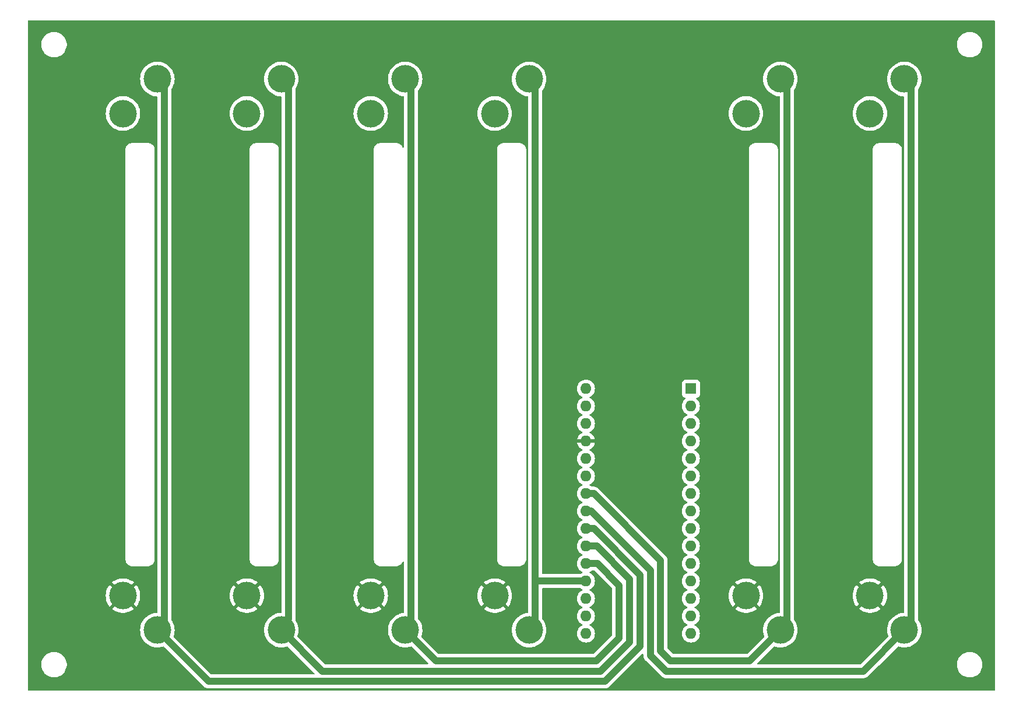
<source format=gbl>
G04 #@! TF.GenerationSoftware,KiCad,Pcbnew,8.0.1-8.0.1-1~ubuntu22.04.1*
G04 #@! TF.CreationDate,2024-03-31T13:35:32+01:00*
G04 #@! TF.ProjectId,Arduino_Mixer,41726475-696e-46f5-9f4d-697865722e6b,1.0*
G04 #@! TF.SameCoordinates,Original*
G04 #@! TF.FileFunction,Copper,L2,Bot*
G04 #@! TF.FilePolarity,Positive*
%FSLAX46Y46*%
G04 Gerber Fmt 4.6, Leading zero omitted, Abs format (unit mm)*
G04 Created by KiCad (PCBNEW 8.0.1-8.0.1-1~ubuntu22.04.1) date 2024-03-31 13:35:32*
%MOMM*%
%LPD*%
G01*
G04 APERTURE LIST*
G04 #@! TA.AperFunction,ComponentPad*
%ADD10R,1.600000X1.600000*%
G04 #@! TD*
G04 #@! TA.AperFunction,ComponentPad*
%ADD11O,1.600000X1.600000*%
G04 #@! TD*
G04 #@! TA.AperFunction,ComponentPad*
%ADD12C,4.000000*%
G04 #@! TD*
G04 #@! TA.AperFunction,Conductor*
%ADD13C,1.000000*%
G04 #@! TD*
G04 APERTURE END LIST*
D10*
X172500000Y-99940000D03*
D11*
X172500000Y-102480000D03*
X172500000Y-105020000D03*
X172500000Y-107560000D03*
X172500000Y-110100000D03*
X172500000Y-112640000D03*
X172500000Y-115180000D03*
X172500000Y-117720000D03*
X172500000Y-120260000D03*
X172500000Y-122800000D03*
X172500000Y-125340000D03*
X172500000Y-127880000D03*
X172500000Y-130420000D03*
X172500000Y-132960000D03*
X172500000Y-135500000D03*
X157260000Y-135500000D03*
X157260000Y-132960000D03*
X157260000Y-130420000D03*
X157260000Y-127880000D03*
X157260000Y-125340000D03*
X157260000Y-122800000D03*
X157260000Y-120260000D03*
X157260000Y-117720000D03*
X157260000Y-115180000D03*
X157260000Y-112640000D03*
X157260000Y-110100000D03*
X157260000Y-107560000D03*
X157260000Y-105020000D03*
X157260000Y-102480000D03*
X157260000Y-99940000D03*
D12*
X144000000Y-60000000D03*
X149000000Y-55000000D03*
X149000000Y-135000000D03*
X144000000Y-130000000D03*
X108000000Y-60000000D03*
X113000000Y-55000000D03*
X113000000Y-135000000D03*
X108000000Y-130000000D03*
X126000000Y-60000000D03*
X131000000Y-55000000D03*
X131000000Y-135000000D03*
X126000000Y-130000000D03*
X198500000Y-60000000D03*
X203500000Y-55000000D03*
X203500000Y-135000000D03*
X198500000Y-130000000D03*
X90000000Y-60000000D03*
X95000000Y-55000000D03*
X95000000Y-135000000D03*
X90000000Y-130000000D03*
X180500000Y-60000000D03*
X185500000Y-55000000D03*
X185500000Y-135000000D03*
X180500000Y-130000000D03*
D13*
X157260000Y-127880000D02*
X149996000Y-127880000D01*
X149860000Y-128016000D02*
X149860000Y-55860000D01*
X149000000Y-135000000D02*
X149860000Y-134140000D01*
X149860000Y-55860000D02*
X149000000Y-55000000D01*
X149860000Y-134140000D02*
X149860000Y-128016000D01*
X149996000Y-127880000D02*
X149860000Y-128016000D01*
X162076000Y-128524000D02*
X158892000Y-125340000D01*
X131826000Y-134174000D02*
X131826000Y-55826000D01*
X135446000Y-139446000D02*
X158750000Y-139446000D01*
X158892000Y-125340000D02*
X157260000Y-125340000D01*
X131000000Y-135000000D02*
X131826000Y-134174000D01*
X131000000Y-135000000D02*
X135446000Y-139446000D01*
X158750000Y-139446000D02*
X162076000Y-136120000D01*
X131826000Y-55826000D02*
X131000000Y-55000000D01*
X162076000Y-136120000D02*
X162076000Y-128524000D01*
X113000000Y-135000000D02*
X113000000Y-134396000D01*
X113000000Y-135000000D02*
X118946000Y-140946000D01*
X159371320Y-140946000D02*
X163576000Y-136741320D01*
X113000000Y-134396000D02*
X114046000Y-133350000D01*
X163576000Y-127565950D02*
X158810050Y-122800000D01*
X114046000Y-56046000D02*
X113000000Y-55000000D01*
X163576000Y-136741320D02*
X163576000Y-127565950D01*
X158810050Y-122800000D02*
X157260000Y-122800000D01*
X118946000Y-140946000D02*
X159371320Y-140946000D01*
X114046000Y-133350000D02*
X114046000Y-56046000D01*
X165100000Y-137338640D02*
X165100000Y-126968630D01*
X95000000Y-135000000D02*
X102446000Y-142446000D01*
X158391370Y-120260000D02*
X157260000Y-120260000D01*
X95000000Y-135000000D02*
X96012000Y-133988000D01*
X96012000Y-56012000D02*
X95000000Y-55000000D01*
X102446000Y-142446000D02*
X159992640Y-142446000D01*
X96012000Y-133988000D02*
X96012000Y-56012000D01*
X165100000Y-126968630D02*
X158391370Y-120260000D01*
X159992640Y-142446000D02*
X165100000Y-137338640D01*
X204470000Y-55970000D02*
X203500000Y-55000000D01*
X168910000Y-140970000D02*
X166600000Y-138660000D01*
X203500000Y-135000000D02*
X204470000Y-134030000D01*
X197530000Y-140970000D02*
X168910000Y-140970000D01*
X204470000Y-134030000D02*
X204470000Y-55970000D01*
X157972690Y-117720000D02*
X157260000Y-117720000D01*
X166600000Y-138660000D02*
X166600000Y-126347310D01*
X203500000Y-135000000D02*
X197530000Y-140970000D01*
X166600000Y-126347310D02*
X157972690Y-117720000D01*
X169531320Y-139470000D02*
X168100000Y-138038680D01*
X186436000Y-55936000D02*
X185500000Y-55000000D01*
X181030000Y-139470000D02*
X169531320Y-139470000D01*
X158391370Y-115180000D02*
X157260000Y-115180000D01*
X168100000Y-138038680D02*
X168100000Y-124888630D01*
X186436000Y-134064000D02*
X186436000Y-55936000D01*
X185500000Y-135000000D02*
X186436000Y-134064000D01*
X168100000Y-124888630D02*
X158391370Y-115180000D01*
X185500000Y-135000000D02*
X181030000Y-139470000D01*
G04 #@! TA.AperFunction,Conductor*
G36*
X216620539Y-46486185D02*
G01*
X216666294Y-46538989D01*
X216677500Y-46590500D01*
X216677500Y-143655500D01*
X216657815Y-143722539D01*
X216605011Y-143768294D01*
X216553500Y-143779500D01*
X76308500Y-143779500D01*
X76241461Y-143759815D01*
X76195706Y-143707011D01*
X76184500Y-143655500D01*
X76184500Y-140121288D01*
X78149500Y-140121288D01*
X78181161Y-140361785D01*
X78243947Y-140596104D01*
X78336773Y-140820205D01*
X78336776Y-140820212D01*
X78458064Y-141030289D01*
X78458066Y-141030292D01*
X78458067Y-141030293D01*
X78605733Y-141222736D01*
X78605739Y-141222743D01*
X78777256Y-141394260D01*
X78777262Y-141394265D01*
X78969711Y-141541936D01*
X79179788Y-141663224D01*
X79403900Y-141756054D01*
X79638211Y-141818838D01*
X79818586Y-141842584D01*
X79878711Y-141850500D01*
X79878712Y-141850500D01*
X80121289Y-141850500D01*
X80169388Y-141844167D01*
X80361789Y-141818838D01*
X80596100Y-141756054D01*
X80820212Y-141663224D01*
X81030289Y-141541936D01*
X81222738Y-141394265D01*
X81394265Y-141222738D01*
X81541936Y-141030289D01*
X81663224Y-140820212D01*
X81756054Y-140596100D01*
X81818838Y-140361789D01*
X81850500Y-140121288D01*
X81850500Y-139878712D01*
X81818838Y-139638211D01*
X81756054Y-139403900D01*
X81663224Y-139179788D01*
X81541936Y-138969711D01*
X81394265Y-138777262D01*
X81394260Y-138777256D01*
X81222743Y-138605739D01*
X81222736Y-138605733D01*
X81030293Y-138458067D01*
X81030292Y-138458066D01*
X81030289Y-138458064D01*
X80820212Y-138336776D01*
X80820205Y-138336773D01*
X80596104Y-138243947D01*
X80361785Y-138181161D01*
X80121289Y-138149500D01*
X80121288Y-138149500D01*
X79878712Y-138149500D01*
X79878711Y-138149500D01*
X79638214Y-138181161D01*
X79403895Y-138243947D01*
X79179794Y-138336773D01*
X79179785Y-138336777D01*
X79012810Y-138433181D01*
X78991473Y-138445500D01*
X78969706Y-138458067D01*
X78777263Y-138605733D01*
X78777256Y-138605739D01*
X78605739Y-138777256D01*
X78605733Y-138777263D01*
X78458067Y-138969706D01*
X78336777Y-139179785D01*
X78336773Y-139179794D01*
X78243947Y-139403895D01*
X78181161Y-139638214D01*
X78149500Y-139878711D01*
X78149500Y-140121288D01*
X76184500Y-140121288D01*
X76184500Y-135000005D01*
X92494556Y-135000005D01*
X92514310Y-135314004D01*
X92514311Y-135314011D01*
X92514312Y-135314015D01*
X92549790Y-135500000D01*
X92573270Y-135623083D01*
X92670497Y-135922316D01*
X92670499Y-135922321D01*
X92804461Y-136207003D01*
X92804464Y-136207009D01*
X92973051Y-136472661D01*
X92973054Y-136472665D01*
X93173606Y-136715090D01*
X93173608Y-136715092D01*
X93402968Y-136930476D01*
X93402978Y-136930484D01*
X93657504Y-137115408D01*
X93657509Y-137115410D01*
X93657516Y-137115416D01*
X93933234Y-137266994D01*
X93933239Y-137266996D01*
X93933241Y-137266997D01*
X93933242Y-137266998D01*
X94225771Y-137382818D01*
X94225774Y-137382819D01*
X94530523Y-137461065D01*
X94530527Y-137461066D01*
X94596010Y-137469338D01*
X94842670Y-137500499D01*
X94842679Y-137500499D01*
X94842682Y-137500500D01*
X94842684Y-137500500D01*
X95157316Y-137500500D01*
X95157318Y-137500500D01*
X95157321Y-137500499D01*
X95157329Y-137500499D01*
X95343593Y-137476968D01*
X95469473Y-137461066D01*
X95774225Y-137382819D01*
X95837234Y-137357871D01*
X95906809Y-137351494D01*
X95968790Y-137383745D01*
X95970562Y-137385482D01*
X101665735Y-143080655D01*
X101665764Y-143080686D01*
X101808214Y-143223136D01*
X101808218Y-143223139D01*
X101972079Y-143332628D01*
X101972092Y-143332635D01*
X102100833Y-143385961D01*
X102143744Y-143403735D01*
X102154164Y-143408051D01*
X102250812Y-143427275D01*
X102299135Y-143436887D01*
X102347458Y-143446500D01*
X102347459Y-143446500D01*
X160091182Y-143446500D01*
X160110510Y-143442655D01*
X160187828Y-143427275D01*
X160284476Y-143408051D01*
X160337805Y-143385961D01*
X160466554Y-143332632D01*
X160630422Y-143223139D01*
X160769779Y-143083782D01*
X160769780Y-143083779D01*
X160776846Y-143076714D01*
X160776848Y-143076710D01*
X165387821Y-138465738D01*
X165449142Y-138432255D01*
X165518834Y-138437239D01*
X165574767Y-138479111D01*
X165599184Y-138544575D01*
X165599500Y-138553421D01*
X165599500Y-138758541D01*
X165599500Y-138758543D01*
X165599499Y-138758543D01*
X165637947Y-138951829D01*
X165637950Y-138951839D01*
X165713364Y-139133907D01*
X165713371Y-139133920D01*
X165822859Y-139297780D01*
X165822860Y-139297781D01*
X165822861Y-139297782D01*
X165962218Y-139437139D01*
X165962219Y-139437139D01*
X165969286Y-139444206D01*
X165969285Y-139444206D01*
X165969288Y-139444208D01*
X168132860Y-141607781D01*
X168132861Y-141607782D01*
X168272218Y-141747139D01*
X168436086Y-141856632D01*
X168542745Y-141900811D01*
X168618164Y-141932051D01*
X168811454Y-141970499D01*
X168811457Y-141970500D01*
X168811459Y-141970500D01*
X197628543Y-141970500D01*
X197708977Y-141954500D01*
X197749196Y-141946500D01*
X197821836Y-141932051D01*
X197875165Y-141909961D01*
X198003914Y-141856632D01*
X198167782Y-141747139D01*
X198307139Y-141607782D01*
X198307140Y-141607779D01*
X198314206Y-141600714D01*
X198314209Y-141600710D01*
X199793631Y-140121288D01*
X211149500Y-140121288D01*
X211181161Y-140361785D01*
X211243947Y-140596104D01*
X211336773Y-140820205D01*
X211336776Y-140820212D01*
X211458064Y-141030289D01*
X211458066Y-141030292D01*
X211458067Y-141030293D01*
X211605733Y-141222736D01*
X211605739Y-141222743D01*
X211777256Y-141394260D01*
X211777262Y-141394265D01*
X211969711Y-141541936D01*
X212179788Y-141663224D01*
X212403900Y-141756054D01*
X212638211Y-141818838D01*
X212818586Y-141842584D01*
X212878711Y-141850500D01*
X212878712Y-141850500D01*
X213121289Y-141850500D01*
X213169388Y-141844167D01*
X213361789Y-141818838D01*
X213596100Y-141756054D01*
X213820212Y-141663224D01*
X214030289Y-141541936D01*
X214222738Y-141394265D01*
X214394265Y-141222738D01*
X214541936Y-141030289D01*
X214663224Y-140820212D01*
X214756054Y-140596100D01*
X214818838Y-140361789D01*
X214850500Y-140121288D01*
X214850500Y-139878712D01*
X214818838Y-139638211D01*
X214756054Y-139403900D01*
X214663224Y-139179788D01*
X214541936Y-138969711D01*
X214394265Y-138777262D01*
X214394260Y-138777256D01*
X214222743Y-138605739D01*
X214222736Y-138605733D01*
X214030293Y-138458067D01*
X214030292Y-138458066D01*
X214030289Y-138458064D01*
X213820212Y-138336776D01*
X213820205Y-138336773D01*
X213596104Y-138243947D01*
X213361785Y-138181161D01*
X213121289Y-138149500D01*
X213121288Y-138149500D01*
X212878712Y-138149500D01*
X212878711Y-138149500D01*
X212638214Y-138181161D01*
X212403895Y-138243947D01*
X212179794Y-138336773D01*
X212179785Y-138336777D01*
X212012810Y-138433181D01*
X211991473Y-138445500D01*
X211969706Y-138458067D01*
X211777263Y-138605733D01*
X211777256Y-138605739D01*
X211605739Y-138777256D01*
X211605733Y-138777263D01*
X211458067Y-138969706D01*
X211336777Y-139179785D01*
X211336773Y-139179794D01*
X211243947Y-139403895D01*
X211181161Y-139638214D01*
X211149500Y-139878711D01*
X211149500Y-140121288D01*
X199793631Y-140121288D01*
X202529438Y-137385480D01*
X202590759Y-137351997D01*
X202660451Y-137356981D01*
X202662671Y-137357834D01*
X202725775Y-137382819D01*
X202725778Y-137382820D01*
X203030523Y-137461065D01*
X203030527Y-137461066D01*
X203096010Y-137469338D01*
X203342670Y-137500499D01*
X203342679Y-137500499D01*
X203342682Y-137500500D01*
X203342684Y-137500500D01*
X203657316Y-137500500D01*
X203657318Y-137500500D01*
X203657321Y-137500499D01*
X203657329Y-137500499D01*
X203843593Y-137476968D01*
X203969473Y-137461066D01*
X204274225Y-137382819D01*
X204274228Y-137382818D01*
X204566757Y-137266998D01*
X204566758Y-137266997D01*
X204566756Y-137266997D01*
X204566766Y-137266994D01*
X204842484Y-137115416D01*
X205097030Y-136930478D01*
X205326390Y-136715094D01*
X205526947Y-136472663D01*
X205695537Y-136207007D01*
X205829503Y-135922315D01*
X205926731Y-135623079D01*
X205985688Y-135314015D01*
X205988249Y-135273308D01*
X206005444Y-135000005D01*
X206005444Y-134999994D01*
X205985689Y-134685995D01*
X205985688Y-134685988D01*
X205985688Y-134685985D01*
X205926731Y-134376921D01*
X205829503Y-134077685D01*
X205695537Y-133792993D01*
X205666469Y-133747190D01*
X205526950Y-133527341D01*
X205526945Y-133527335D01*
X205498955Y-133493501D01*
X205471391Y-133429299D01*
X205470500Y-133414461D01*
X205470500Y-56585537D01*
X205490185Y-56518498D01*
X205498946Y-56506510D01*
X205526947Y-56472663D01*
X205531805Y-56465009D01*
X205574662Y-56397475D01*
X205695537Y-56207007D01*
X205829503Y-55922315D01*
X205926731Y-55623079D01*
X205985688Y-55314015D01*
X206005444Y-55000000D01*
X205985688Y-54685985D01*
X205926731Y-54376921D01*
X205829503Y-54077685D01*
X205695537Y-53792993D01*
X205526947Y-53527337D01*
X205526945Y-53527334D01*
X205326393Y-53284909D01*
X205326391Y-53284907D01*
X205097031Y-53069523D01*
X205097021Y-53069515D01*
X204842495Y-52884591D01*
X204842488Y-52884586D01*
X204842484Y-52884584D01*
X204566766Y-52733006D01*
X204566763Y-52733004D01*
X204566758Y-52733002D01*
X204566757Y-52733001D01*
X204274228Y-52617181D01*
X204274225Y-52617180D01*
X203969476Y-52538934D01*
X203969463Y-52538932D01*
X203657329Y-52499500D01*
X203657318Y-52499500D01*
X203342682Y-52499500D01*
X203342670Y-52499500D01*
X203030536Y-52538932D01*
X203030523Y-52538934D01*
X202725774Y-52617180D01*
X202725771Y-52617181D01*
X202433242Y-52733001D01*
X202433241Y-52733002D01*
X202157516Y-52884584D01*
X202157504Y-52884591D01*
X201902978Y-53069515D01*
X201902968Y-53069523D01*
X201673608Y-53284907D01*
X201673606Y-53284909D01*
X201473054Y-53527334D01*
X201473051Y-53527338D01*
X201304464Y-53792990D01*
X201304461Y-53792996D01*
X201170499Y-54077678D01*
X201170497Y-54077683D01*
X201073270Y-54376916D01*
X201014311Y-54685988D01*
X201014310Y-54685995D01*
X200994556Y-54999994D01*
X200994556Y-55000005D01*
X201014310Y-55314004D01*
X201014311Y-55314011D01*
X201073270Y-55623083D01*
X201170497Y-55922316D01*
X201170499Y-55922321D01*
X201304461Y-56207003D01*
X201304464Y-56207009D01*
X201473051Y-56472661D01*
X201473054Y-56472665D01*
X201673606Y-56715090D01*
X201673608Y-56715092D01*
X201902968Y-56930476D01*
X201902978Y-56930484D01*
X202157504Y-57115408D01*
X202157509Y-57115410D01*
X202157516Y-57115416D01*
X202433234Y-57266994D01*
X202433239Y-57266996D01*
X202433241Y-57266997D01*
X202433242Y-57266998D01*
X202725771Y-57382818D01*
X202725774Y-57382819D01*
X203030523Y-57461065D01*
X203030527Y-57461066D01*
X203096010Y-57469338D01*
X203342670Y-57500499D01*
X203342679Y-57500499D01*
X203342682Y-57500500D01*
X203345500Y-57500500D01*
X203346267Y-57500725D01*
X203346565Y-57500744D01*
X203346560Y-57500811D01*
X203412539Y-57520185D01*
X203458294Y-57572989D01*
X203469500Y-57624500D01*
X203469500Y-132375500D01*
X203449815Y-132442539D01*
X203397011Y-132488294D01*
X203345500Y-132499500D01*
X203342670Y-132499500D01*
X203030536Y-132538932D01*
X203030523Y-132538934D01*
X202725774Y-132617180D01*
X202725771Y-132617181D01*
X202433242Y-132733001D01*
X202433241Y-132733002D01*
X202157516Y-132884584D01*
X202157504Y-132884591D01*
X201902978Y-133069515D01*
X201902968Y-133069523D01*
X201673608Y-133284907D01*
X201673606Y-133284909D01*
X201473054Y-133527334D01*
X201473051Y-133527338D01*
X201304464Y-133792990D01*
X201304461Y-133792996D01*
X201170499Y-134077678D01*
X201170497Y-134077683D01*
X201073270Y-134376916D01*
X201014311Y-134685988D01*
X201014310Y-134685995D01*
X200994556Y-134999994D01*
X200994556Y-135000005D01*
X201014310Y-135314004D01*
X201014311Y-135314011D01*
X201014312Y-135314015D01*
X201073269Y-135623079D01*
X201073270Y-135623081D01*
X201073271Y-135623086D01*
X201145118Y-135844212D01*
X201147113Y-135914053D01*
X201114868Y-135970210D01*
X197151899Y-139933181D01*
X197090576Y-139966666D01*
X197064218Y-139969500D01*
X182244782Y-139969500D01*
X182177743Y-139949815D01*
X182131988Y-139897011D01*
X182122044Y-139827853D01*
X182151069Y-139764297D01*
X182157101Y-139757819D01*
X183309187Y-138605733D01*
X184529439Y-137385480D01*
X184590760Y-137351997D01*
X184660452Y-137356981D01*
X184662654Y-137357827D01*
X184725775Y-137382819D01*
X184725778Y-137382820D01*
X185030523Y-137461065D01*
X185030527Y-137461066D01*
X185096010Y-137469338D01*
X185342670Y-137500499D01*
X185342679Y-137500499D01*
X185342682Y-137500500D01*
X185342684Y-137500500D01*
X185657316Y-137500500D01*
X185657318Y-137500500D01*
X185657321Y-137500499D01*
X185657329Y-137500499D01*
X185843593Y-137476968D01*
X185969473Y-137461066D01*
X186274225Y-137382819D01*
X186274228Y-137382818D01*
X186566757Y-137266998D01*
X186566758Y-137266997D01*
X186566756Y-137266997D01*
X186566766Y-137266994D01*
X186842484Y-137115416D01*
X187097030Y-136930478D01*
X187326390Y-136715094D01*
X187526947Y-136472663D01*
X187695537Y-136207007D01*
X187829503Y-135922315D01*
X187926731Y-135623079D01*
X187985688Y-135314015D01*
X187988249Y-135273308D01*
X188005444Y-135000005D01*
X188005444Y-134999994D01*
X187985689Y-134685995D01*
X187985688Y-134685988D01*
X187985688Y-134685985D01*
X187926731Y-134376921D01*
X187829503Y-134077685D01*
X187695537Y-133792993D01*
X187666469Y-133747190D01*
X187526950Y-133527341D01*
X187526945Y-133527335D01*
X187464955Y-133452401D01*
X187437391Y-133388200D01*
X187436500Y-133373362D01*
X187436500Y-130000005D01*
X195995057Y-130000005D01*
X196014807Y-130313942D01*
X196014808Y-130313949D01*
X196073755Y-130622958D01*
X196170963Y-130922132D01*
X196170965Y-130922137D01*
X196304900Y-131206761D01*
X196304903Y-131206767D01*
X196473457Y-131472367D01*
X196473460Y-131472371D01*
X196564286Y-131582160D01*
X197637426Y-130509020D01*
X197723249Y-130637463D01*
X197862537Y-130776751D01*
X197990978Y-130862573D01*
X196914971Y-131938579D01*
X196914972Y-131938581D01*
X197157772Y-132114985D01*
X197157790Y-132114996D01*
X197433447Y-132266540D01*
X197433455Y-132266544D01*
X197725926Y-132382340D01*
X198030620Y-132460573D01*
X198030629Y-132460575D01*
X198342701Y-132499999D01*
X198342715Y-132500000D01*
X198657285Y-132500000D01*
X198657298Y-132499999D01*
X198969370Y-132460575D01*
X198969379Y-132460573D01*
X199274073Y-132382340D01*
X199566544Y-132266544D01*
X199566552Y-132266540D01*
X199842209Y-132114996D01*
X199842219Y-132114990D01*
X200085026Y-131938579D01*
X200085027Y-131938579D01*
X199009020Y-130862573D01*
X199137463Y-130776751D01*
X199276751Y-130637463D01*
X199362573Y-130509021D01*
X200435712Y-131582160D01*
X200526544Y-131472364D01*
X200695096Y-131206767D01*
X200695099Y-131206761D01*
X200829034Y-130922137D01*
X200829036Y-130922132D01*
X200926244Y-130622958D01*
X200985191Y-130313949D01*
X200985192Y-130313942D01*
X201004943Y-130000005D01*
X201004943Y-129999994D01*
X200985192Y-129686057D01*
X200985191Y-129686050D01*
X200926244Y-129377041D01*
X200829036Y-129077867D01*
X200829034Y-129077862D01*
X200695099Y-128793238D01*
X200695096Y-128793232D01*
X200526542Y-128527632D01*
X200526539Y-128527628D01*
X200435712Y-128417838D01*
X199362573Y-129490978D01*
X199276751Y-129362537D01*
X199137463Y-129223249D01*
X199009020Y-129137426D01*
X200085027Y-128061419D01*
X200085026Y-128061417D01*
X199842227Y-127885014D01*
X199842209Y-127885003D01*
X199566552Y-127733459D01*
X199566544Y-127733455D01*
X199274073Y-127617659D01*
X198969379Y-127539426D01*
X198969370Y-127539424D01*
X198657298Y-127500000D01*
X198342701Y-127500000D01*
X198030629Y-127539424D01*
X198030620Y-127539426D01*
X197725926Y-127617659D01*
X197433455Y-127733455D01*
X197433447Y-127733459D01*
X197157787Y-127885004D01*
X197157782Y-127885007D01*
X196914972Y-128061418D01*
X196914971Y-128061419D01*
X197990979Y-129137426D01*
X197862537Y-129223249D01*
X197723249Y-129362537D01*
X197637426Y-129490978D01*
X196564286Y-128417838D01*
X196564285Y-128417838D01*
X196473459Y-128527629D01*
X196473457Y-128527632D01*
X196304903Y-128793232D01*
X196304900Y-128793238D01*
X196170965Y-129077862D01*
X196170963Y-129077867D01*
X196073755Y-129377041D01*
X196014808Y-129686050D01*
X196014807Y-129686057D01*
X195995057Y-129999994D01*
X195995057Y-130000005D01*
X187436500Y-130000005D01*
X187436500Y-124812543D01*
X198897499Y-124812543D01*
X198935947Y-125005829D01*
X198935950Y-125005839D01*
X199011364Y-125187907D01*
X199011371Y-125187920D01*
X199120860Y-125351781D01*
X199120863Y-125351785D01*
X199260214Y-125491136D01*
X199260218Y-125491139D01*
X199424079Y-125600628D01*
X199424092Y-125600635D01*
X199606160Y-125676049D01*
X199606165Y-125676051D01*
X199606169Y-125676051D01*
X199606170Y-125676052D01*
X199799456Y-125714500D01*
X199799459Y-125714500D01*
X202234543Y-125714500D01*
X202364582Y-125688632D01*
X202427835Y-125676051D01*
X202609914Y-125600632D01*
X202773782Y-125491139D01*
X202913139Y-125351782D01*
X203022632Y-125187914D01*
X203098051Y-125005835D01*
X203136500Y-124812541D01*
X203136500Y-65179459D01*
X203136500Y-65179456D01*
X203098052Y-64986170D01*
X203098051Y-64986169D01*
X203098051Y-64986165D01*
X203098049Y-64986160D01*
X203022635Y-64804092D01*
X203022628Y-64804079D01*
X202913139Y-64640218D01*
X202913136Y-64640214D01*
X202773785Y-64500863D01*
X202773781Y-64500860D01*
X202609920Y-64391371D01*
X202609907Y-64391364D01*
X202427839Y-64315950D01*
X202427829Y-64315947D01*
X202234543Y-64277500D01*
X202234541Y-64277500D01*
X199996541Y-64277500D01*
X199799459Y-64277500D01*
X199799457Y-64277500D01*
X199606170Y-64315947D01*
X199606160Y-64315950D01*
X199424092Y-64391364D01*
X199424079Y-64391371D01*
X199260218Y-64500860D01*
X199260214Y-64500863D01*
X199120863Y-64640214D01*
X199120860Y-64640218D01*
X199011371Y-64804079D01*
X199011364Y-64804092D01*
X198935950Y-64986160D01*
X198935947Y-64986170D01*
X198897500Y-65179456D01*
X198897500Y-65179459D01*
X198897500Y-124812541D01*
X198897500Y-124812543D01*
X198897499Y-124812543D01*
X187436500Y-124812543D01*
X187436500Y-60000005D01*
X195994556Y-60000005D01*
X196014310Y-60314004D01*
X196014311Y-60314011D01*
X196073270Y-60623083D01*
X196170497Y-60922316D01*
X196170499Y-60922321D01*
X196304461Y-61207003D01*
X196304464Y-61207009D01*
X196473051Y-61472661D01*
X196473054Y-61472665D01*
X196673606Y-61715090D01*
X196673608Y-61715092D01*
X196902968Y-61930476D01*
X196902978Y-61930484D01*
X197157504Y-62115408D01*
X197157509Y-62115410D01*
X197157516Y-62115416D01*
X197433234Y-62266994D01*
X197433239Y-62266996D01*
X197433241Y-62266997D01*
X197433242Y-62266998D01*
X197725771Y-62382818D01*
X197725774Y-62382819D01*
X198030523Y-62461065D01*
X198030527Y-62461066D01*
X198096010Y-62469338D01*
X198342670Y-62500499D01*
X198342679Y-62500499D01*
X198342682Y-62500500D01*
X198342684Y-62500500D01*
X198657316Y-62500500D01*
X198657318Y-62500500D01*
X198657321Y-62500499D01*
X198657329Y-62500499D01*
X198843593Y-62476968D01*
X198969473Y-62461066D01*
X199274225Y-62382819D01*
X199274228Y-62382818D01*
X199566757Y-62266998D01*
X199566758Y-62266997D01*
X199566756Y-62266997D01*
X199566766Y-62266994D01*
X199842484Y-62115416D01*
X200097030Y-61930478D01*
X200326390Y-61715094D01*
X200526947Y-61472663D01*
X200695537Y-61207007D01*
X200829503Y-60922315D01*
X200926731Y-60623079D01*
X200985688Y-60314015D01*
X201005444Y-60000000D01*
X200985688Y-59685985D01*
X200926731Y-59376921D01*
X200829503Y-59077685D01*
X200695537Y-58792993D01*
X200526947Y-58527337D01*
X200526945Y-58527334D01*
X200326393Y-58284909D01*
X200326391Y-58284907D01*
X200097031Y-58069523D01*
X200097021Y-58069515D01*
X199842495Y-57884591D01*
X199842488Y-57884586D01*
X199842484Y-57884584D01*
X199566766Y-57733006D01*
X199566763Y-57733004D01*
X199566758Y-57733002D01*
X199566757Y-57733001D01*
X199274228Y-57617181D01*
X199274225Y-57617180D01*
X198969476Y-57538934D01*
X198969463Y-57538932D01*
X198657329Y-57499500D01*
X198657318Y-57499500D01*
X198342682Y-57499500D01*
X198342670Y-57499500D01*
X198030536Y-57538932D01*
X198030523Y-57538934D01*
X197725774Y-57617180D01*
X197725771Y-57617181D01*
X197433242Y-57733001D01*
X197433241Y-57733002D01*
X197157516Y-57884584D01*
X197157504Y-57884591D01*
X196902978Y-58069515D01*
X196902968Y-58069523D01*
X196673608Y-58284907D01*
X196673606Y-58284909D01*
X196473054Y-58527334D01*
X196473051Y-58527338D01*
X196304464Y-58792990D01*
X196304461Y-58792996D01*
X196170499Y-59077678D01*
X196170497Y-59077683D01*
X196073270Y-59376916D01*
X196014311Y-59685988D01*
X196014310Y-59685995D01*
X195994556Y-59999994D01*
X195994556Y-60000005D01*
X187436500Y-60000005D01*
X187436500Y-56626636D01*
X187456185Y-56559597D01*
X187464957Y-56547595D01*
X187478312Y-56531452D01*
X187526947Y-56472663D01*
X187695537Y-56207007D01*
X187829503Y-55922315D01*
X187926731Y-55623079D01*
X187985688Y-55314015D01*
X188005444Y-55000000D01*
X187985688Y-54685985D01*
X187926731Y-54376921D01*
X187829503Y-54077685D01*
X187695537Y-53792993D01*
X187526947Y-53527337D01*
X187526945Y-53527334D01*
X187326393Y-53284909D01*
X187326391Y-53284907D01*
X187097031Y-53069523D01*
X187097021Y-53069515D01*
X186842495Y-52884591D01*
X186842488Y-52884586D01*
X186842484Y-52884584D01*
X186566766Y-52733006D01*
X186566763Y-52733004D01*
X186566758Y-52733002D01*
X186566757Y-52733001D01*
X186274228Y-52617181D01*
X186274225Y-52617180D01*
X185969476Y-52538934D01*
X185969463Y-52538932D01*
X185657329Y-52499500D01*
X185657318Y-52499500D01*
X185342682Y-52499500D01*
X185342670Y-52499500D01*
X185030536Y-52538932D01*
X185030523Y-52538934D01*
X184725774Y-52617180D01*
X184725771Y-52617181D01*
X184433242Y-52733001D01*
X184433241Y-52733002D01*
X184157516Y-52884584D01*
X184157504Y-52884591D01*
X183902978Y-53069515D01*
X183902968Y-53069523D01*
X183673608Y-53284907D01*
X183673606Y-53284909D01*
X183473054Y-53527334D01*
X183473051Y-53527338D01*
X183304464Y-53792990D01*
X183304461Y-53792996D01*
X183170499Y-54077678D01*
X183170497Y-54077683D01*
X183073270Y-54376916D01*
X183014311Y-54685988D01*
X183014310Y-54685995D01*
X182994556Y-54999994D01*
X182994556Y-55000005D01*
X183014310Y-55314004D01*
X183014311Y-55314011D01*
X183073270Y-55623083D01*
X183170497Y-55922316D01*
X183170499Y-55922321D01*
X183304461Y-56207003D01*
X183304464Y-56207009D01*
X183473051Y-56472661D01*
X183473054Y-56472665D01*
X183673606Y-56715090D01*
X183673608Y-56715092D01*
X183902968Y-56930476D01*
X183902978Y-56930484D01*
X184157504Y-57115408D01*
X184157509Y-57115410D01*
X184157516Y-57115416D01*
X184433234Y-57266994D01*
X184433239Y-57266996D01*
X184433241Y-57266997D01*
X184433242Y-57266998D01*
X184725771Y-57382818D01*
X184725774Y-57382819D01*
X185030523Y-57461065D01*
X185030527Y-57461066D01*
X185327041Y-57498524D01*
X185391085Y-57526455D01*
X185429861Y-57584577D01*
X185435500Y-57621546D01*
X185435500Y-132378453D01*
X185415815Y-132445492D01*
X185363011Y-132491247D01*
X185327041Y-132501475D01*
X185030536Y-132538932D01*
X185030523Y-132538934D01*
X184725774Y-132617180D01*
X184725771Y-132617181D01*
X184433242Y-132733001D01*
X184433241Y-132733002D01*
X184157516Y-132884584D01*
X184157504Y-132884591D01*
X183902978Y-133069515D01*
X183902968Y-133069523D01*
X183673608Y-133284907D01*
X183673606Y-133284909D01*
X183473054Y-133527334D01*
X183473051Y-133527338D01*
X183304464Y-133792990D01*
X183304461Y-133792996D01*
X183170499Y-134077678D01*
X183170497Y-134077683D01*
X183073270Y-134376916D01*
X183014311Y-134685988D01*
X183014310Y-134685995D01*
X182994556Y-134999994D01*
X182994556Y-135000005D01*
X183014310Y-135314004D01*
X183014311Y-135314011D01*
X183014312Y-135314015D01*
X183049790Y-135500000D01*
X183073270Y-135623083D01*
X183145118Y-135844210D01*
X183147113Y-135914052D01*
X183114868Y-135970209D01*
X180651899Y-138433181D01*
X180590576Y-138466666D01*
X180564218Y-138469500D01*
X169997102Y-138469500D01*
X169930063Y-138449815D01*
X169909421Y-138433181D01*
X169136819Y-137660579D01*
X169103334Y-137599256D01*
X169100500Y-137572898D01*
X169100500Y-135500001D01*
X171194532Y-135500001D01*
X171214364Y-135726686D01*
X171214366Y-135726697D01*
X171273258Y-135946488D01*
X171273261Y-135946497D01*
X171369431Y-136152732D01*
X171369432Y-136152734D01*
X171499954Y-136339141D01*
X171660858Y-136500045D01*
X171660861Y-136500047D01*
X171847266Y-136630568D01*
X172053504Y-136726739D01*
X172273308Y-136785635D01*
X172435230Y-136799801D01*
X172499998Y-136805468D01*
X172500000Y-136805468D01*
X172500002Y-136805468D01*
X172556673Y-136800509D01*
X172726692Y-136785635D01*
X172946496Y-136726739D01*
X173152734Y-136630568D01*
X173339139Y-136500047D01*
X173500047Y-136339139D01*
X173630568Y-136152734D01*
X173726739Y-135946496D01*
X173785635Y-135726692D01*
X173805468Y-135500000D01*
X173785635Y-135273308D01*
X173726739Y-135053504D01*
X173630568Y-134847266D01*
X173500047Y-134660861D01*
X173500045Y-134660858D01*
X173339141Y-134499954D01*
X173152734Y-134369432D01*
X173152728Y-134369429D01*
X173094725Y-134342382D01*
X173042285Y-134296210D01*
X173023133Y-134229017D01*
X173043348Y-134162135D01*
X173094725Y-134117618D01*
X173152734Y-134090568D01*
X173339139Y-133960047D01*
X173500047Y-133799139D01*
X173630568Y-133612734D01*
X173726739Y-133406496D01*
X173785635Y-133186692D01*
X173805468Y-132960000D01*
X173785635Y-132733308D01*
X173726739Y-132513504D01*
X173630568Y-132307266D01*
X173500047Y-132120861D01*
X173500045Y-132120858D01*
X173339141Y-131959954D01*
X173152734Y-131829432D01*
X173152728Y-131829429D01*
X173094725Y-131802382D01*
X173042285Y-131756210D01*
X173023133Y-131689017D01*
X173043348Y-131622135D01*
X173094725Y-131577618D01*
X173152734Y-131550568D01*
X173339139Y-131420047D01*
X173500047Y-131259139D01*
X173630568Y-131072734D01*
X173726739Y-130866496D01*
X173785635Y-130646692D01*
X173805468Y-130420000D01*
X173785635Y-130193308D01*
X173733840Y-130000005D01*
X177995057Y-130000005D01*
X178014807Y-130313942D01*
X178014808Y-130313949D01*
X178073755Y-130622958D01*
X178170963Y-130922132D01*
X178170965Y-130922137D01*
X178304900Y-131206761D01*
X178304903Y-131206767D01*
X178473457Y-131472367D01*
X178473460Y-131472371D01*
X178564286Y-131582160D01*
X179637426Y-130509020D01*
X179723249Y-130637463D01*
X179862537Y-130776751D01*
X179990978Y-130862573D01*
X178914971Y-131938579D01*
X178914972Y-131938581D01*
X179157772Y-132114985D01*
X179157790Y-132114996D01*
X179433447Y-132266540D01*
X179433455Y-132266544D01*
X179725926Y-132382340D01*
X180030620Y-132460573D01*
X180030629Y-132460575D01*
X180342701Y-132499999D01*
X180342715Y-132500000D01*
X180657285Y-132500000D01*
X180657298Y-132499999D01*
X180969370Y-132460575D01*
X180969379Y-132460573D01*
X181274073Y-132382340D01*
X181566544Y-132266544D01*
X181566552Y-132266540D01*
X181842209Y-132114996D01*
X181842219Y-132114990D01*
X182085026Y-131938579D01*
X182085027Y-131938579D01*
X181009020Y-130862573D01*
X181137463Y-130776751D01*
X181276751Y-130637463D01*
X181362573Y-130509021D01*
X182435712Y-131582160D01*
X182526544Y-131472364D01*
X182695096Y-131206767D01*
X182695099Y-131206761D01*
X182829034Y-130922137D01*
X182829036Y-130922132D01*
X182926244Y-130622958D01*
X182985191Y-130313949D01*
X182985192Y-130313942D01*
X183004943Y-130000005D01*
X183004943Y-129999994D01*
X182985192Y-129686057D01*
X182985191Y-129686050D01*
X182926244Y-129377041D01*
X182829036Y-129077867D01*
X182829034Y-129077862D01*
X182695099Y-128793238D01*
X182695096Y-128793232D01*
X182526542Y-128527632D01*
X182526539Y-128527628D01*
X182435712Y-128417838D01*
X181362573Y-129490978D01*
X181276751Y-129362537D01*
X181137463Y-129223249D01*
X181009020Y-129137426D01*
X182085027Y-128061419D01*
X182085026Y-128061417D01*
X181842227Y-127885014D01*
X181842209Y-127885003D01*
X181566552Y-127733459D01*
X181566544Y-127733455D01*
X181274073Y-127617659D01*
X180969379Y-127539426D01*
X180969370Y-127539424D01*
X180657298Y-127500000D01*
X180342701Y-127500000D01*
X180030629Y-127539424D01*
X180030620Y-127539426D01*
X179725926Y-127617659D01*
X179433455Y-127733455D01*
X179433447Y-127733459D01*
X179157787Y-127885004D01*
X179157782Y-127885007D01*
X178914972Y-128061418D01*
X178914971Y-128061419D01*
X179990979Y-129137426D01*
X179862537Y-129223249D01*
X179723249Y-129362537D01*
X179637426Y-129490978D01*
X178564286Y-128417838D01*
X178564285Y-128417838D01*
X178473459Y-128527629D01*
X178473457Y-128527632D01*
X178304903Y-128793232D01*
X178304900Y-128793238D01*
X178170965Y-129077862D01*
X178170963Y-129077867D01*
X178073755Y-129377041D01*
X178014808Y-129686050D01*
X178014807Y-129686057D01*
X177995057Y-129999994D01*
X177995057Y-130000005D01*
X173733840Y-130000005D01*
X173726739Y-129973504D01*
X173630568Y-129767266D01*
X173500047Y-129580861D01*
X173500045Y-129580858D01*
X173339141Y-129419954D01*
X173152734Y-129289432D01*
X173152728Y-129289429D01*
X173094725Y-129262382D01*
X173042285Y-129216210D01*
X173023133Y-129149017D01*
X173043348Y-129082135D01*
X173094725Y-129037618D01*
X173152734Y-129010568D01*
X173339139Y-128880047D01*
X173500047Y-128719139D01*
X173630568Y-128532734D01*
X173726739Y-128326496D01*
X173785635Y-128106692D01*
X173805468Y-127880000D01*
X173785635Y-127653308D01*
X173726739Y-127433504D01*
X173630568Y-127227266D01*
X173500047Y-127040861D01*
X173500045Y-127040858D01*
X173339141Y-126879954D01*
X173152734Y-126749432D01*
X173152728Y-126749429D01*
X173094725Y-126722382D01*
X173042285Y-126676210D01*
X173023133Y-126609017D01*
X173043348Y-126542135D01*
X173094725Y-126497618D01*
X173152734Y-126470568D01*
X173339139Y-126340047D01*
X173500047Y-126179139D01*
X173630568Y-125992734D01*
X173726739Y-125786496D01*
X173785635Y-125566692D01*
X173805468Y-125340000D01*
X173785635Y-125113308D01*
X173726739Y-124893504D01*
X173688986Y-124812543D01*
X180911499Y-124812543D01*
X180949947Y-125005829D01*
X180949950Y-125005839D01*
X181025364Y-125187907D01*
X181025371Y-125187920D01*
X181134860Y-125351781D01*
X181134863Y-125351785D01*
X181274214Y-125491136D01*
X181274218Y-125491139D01*
X181438079Y-125600628D01*
X181438092Y-125600635D01*
X181620160Y-125676049D01*
X181620165Y-125676051D01*
X181620169Y-125676051D01*
X181620170Y-125676052D01*
X181813456Y-125714500D01*
X181813459Y-125714500D01*
X184248543Y-125714500D01*
X184378582Y-125688632D01*
X184441835Y-125676051D01*
X184623914Y-125600632D01*
X184787782Y-125491139D01*
X184927139Y-125351782D01*
X185036632Y-125187914D01*
X185112051Y-125005835D01*
X185150500Y-124812541D01*
X185150500Y-65179459D01*
X185150500Y-65179456D01*
X185112052Y-64986170D01*
X185112051Y-64986169D01*
X185112051Y-64986165D01*
X185112049Y-64986160D01*
X185036635Y-64804092D01*
X185036628Y-64804079D01*
X184927139Y-64640218D01*
X184927136Y-64640214D01*
X184787785Y-64500863D01*
X184787781Y-64500860D01*
X184623920Y-64391371D01*
X184623907Y-64391364D01*
X184441839Y-64315950D01*
X184441829Y-64315947D01*
X184248543Y-64277500D01*
X184248541Y-64277500D01*
X182010541Y-64277500D01*
X181813459Y-64277500D01*
X181813457Y-64277500D01*
X181620170Y-64315947D01*
X181620160Y-64315950D01*
X181438092Y-64391364D01*
X181438079Y-64391371D01*
X181274218Y-64500860D01*
X181274214Y-64500863D01*
X181134863Y-64640214D01*
X181134860Y-64640218D01*
X181025371Y-64804079D01*
X181025364Y-64804092D01*
X180949950Y-64986160D01*
X180949947Y-64986170D01*
X180911500Y-65179456D01*
X180911500Y-65179459D01*
X180911500Y-124812541D01*
X180911500Y-124812543D01*
X180911499Y-124812543D01*
X173688986Y-124812543D01*
X173630568Y-124687266D01*
X173500047Y-124500861D01*
X173500045Y-124500858D01*
X173339141Y-124339954D01*
X173152734Y-124209432D01*
X173152728Y-124209429D01*
X173094725Y-124182382D01*
X173042285Y-124136210D01*
X173023133Y-124069017D01*
X173043348Y-124002135D01*
X173094725Y-123957618D01*
X173152734Y-123930568D01*
X173339139Y-123800047D01*
X173500047Y-123639139D01*
X173630568Y-123452734D01*
X173726739Y-123246496D01*
X173785635Y-123026692D01*
X173805468Y-122800000D01*
X173785635Y-122573308D01*
X173726739Y-122353504D01*
X173630568Y-122147266D01*
X173500047Y-121960861D01*
X173500045Y-121960858D01*
X173339141Y-121799954D01*
X173152734Y-121669432D01*
X173152728Y-121669429D01*
X173094725Y-121642382D01*
X173042285Y-121596210D01*
X173023133Y-121529017D01*
X173043348Y-121462135D01*
X173094725Y-121417618D01*
X173152734Y-121390568D01*
X173339139Y-121260047D01*
X173500047Y-121099139D01*
X173630568Y-120912734D01*
X173726739Y-120706496D01*
X173785635Y-120486692D01*
X173805468Y-120260000D01*
X173785635Y-120033308D01*
X173726739Y-119813504D01*
X173630568Y-119607266D01*
X173500047Y-119420861D01*
X173500045Y-119420858D01*
X173339141Y-119259954D01*
X173152734Y-119129432D01*
X173152728Y-119129429D01*
X173094725Y-119102382D01*
X173042285Y-119056210D01*
X173023133Y-118989017D01*
X173043348Y-118922135D01*
X173094725Y-118877618D01*
X173152734Y-118850568D01*
X173339139Y-118720047D01*
X173500047Y-118559139D01*
X173630568Y-118372734D01*
X173726739Y-118166496D01*
X173785635Y-117946692D01*
X173805468Y-117720000D01*
X173785635Y-117493308D01*
X173726739Y-117273504D01*
X173630568Y-117067266D01*
X173500047Y-116880861D01*
X173500045Y-116880858D01*
X173339141Y-116719954D01*
X173152734Y-116589432D01*
X173152728Y-116589429D01*
X173094725Y-116562382D01*
X173042285Y-116516210D01*
X173023133Y-116449017D01*
X173043348Y-116382135D01*
X173094725Y-116337618D01*
X173152734Y-116310568D01*
X173339139Y-116180047D01*
X173500047Y-116019139D01*
X173630568Y-115832734D01*
X173726739Y-115626496D01*
X173785635Y-115406692D01*
X173805468Y-115180000D01*
X173785635Y-114953308D01*
X173726739Y-114733504D01*
X173630568Y-114527266D01*
X173500047Y-114340861D01*
X173500045Y-114340858D01*
X173339141Y-114179954D01*
X173152734Y-114049432D01*
X173152728Y-114049429D01*
X173094725Y-114022382D01*
X173042285Y-113976210D01*
X173023133Y-113909017D01*
X173043348Y-113842135D01*
X173094725Y-113797618D01*
X173152734Y-113770568D01*
X173339139Y-113640047D01*
X173500047Y-113479139D01*
X173630568Y-113292734D01*
X173726739Y-113086496D01*
X173785635Y-112866692D01*
X173805468Y-112640000D01*
X173785635Y-112413308D01*
X173726739Y-112193504D01*
X173630568Y-111987266D01*
X173500047Y-111800861D01*
X173500045Y-111800858D01*
X173339141Y-111639954D01*
X173152734Y-111509432D01*
X173152728Y-111509429D01*
X173094725Y-111482382D01*
X173042285Y-111436210D01*
X173023133Y-111369017D01*
X173043348Y-111302135D01*
X173094725Y-111257618D01*
X173152734Y-111230568D01*
X173339139Y-111100047D01*
X173500047Y-110939139D01*
X173630568Y-110752734D01*
X173726739Y-110546496D01*
X173785635Y-110326692D01*
X173805468Y-110100000D01*
X173785635Y-109873308D01*
X173726739Y-109653504D01*
X173630568Y-109447266D01*
X173500047Y-109260861D01*
X173500045Y-109260858D01*
X173339141Y-109099954D01*
X173152734Y-108969432D01*
X173152728Y-108969429D01*
X173094725Y-108942382D01*
X173042285Y-108896210D01*
X173023133Y-108829017D01*
X173043348Y-108762135D01*
X173094725Y-108717618D01*
X173095319Y-108717341D01*
X173152734Y-108690568D01*
X173339139Y-108560047D01*
X173500047Y-108399139D01*
X173630568Y-108212734D01*
X173726739Y-108006496D01*
X173785635Y-107786692D01*
X173805468Y-107560000D01*
X173785635Y-107333308D01*
X173726739Y-107113504D01*
X173630568Y-106907266D01*
X173500047Y-106720861D01*
X173500045Y-106720858D01*
X173339141Y-106559954D01*
X173152734Y-106429432D01*
X173152728Y-106429429D01*
X173094725Y-106402382D01*
X173042285Y-106356210D01*
X173023133Y-106289017D01*
X173043348Y-106222135D01*
X173094725Y-106177618D01*
X173152734Y-106150568D01*
X173339139Y-106020047D01*
X173500047Y-105859139D01*
X173630568Y-105672734D01*
X173726739Y-105466496D01*
X173785635Y-105246692D01*
X173805468Y-105020000D01*
X173785635Y-104793308D01*
X173726739Y-104573504D01*
X173630568Y-104367266D01*
X173500047Y-104180861D01*
X173500045Y-104180858D01*
X173339141Y-104019954D01*
X173152734Y-103889432D01*
X173152728Y-103889429D01*
X173094725Y-103862382D01*
X173042285Y-103816210D01*
X173023133Y-103749017D01*
X173043348Y-103682135D01*
X173094725Y-103637618D01*
X173152734Y-103610568D01*
X173339139Y-103480047D01*
X173500047Y-103319139D01*
X173630568Y-103132734D01*
X173726739Y-102926496D01*
X173785635Y-102706692D01*
X173805468Y-102480000D01*
X173785635Y-102253308D01*
X173726739Y-102033504D01*
X173630568Y-101827266D01*
X173500047Y-101640861D01*
X173500045Y-101640858D01*
X173339143Y-101479956D01*
X173314536Y-101462726D01*
X173270912Y-101408149D01*
X173263719Y-101338650D01*
X173295241Y-101276296D01*
X173355471Y-101240882D01*
X173372404Y-101237861D01*
X173407483Y-101234091D01*
X173542331Y-101183796D01*
X173657546Y-101097546D01*
X173743796Y-100982331D01*
X173794091Y-100847483D01*
X173800500Y-100787873D01*
X173800499Y-99092128D01*
X173794091Y-99032517D01*
X173759567Y-98939954D01*
X173743797Y-98897671D01*
X173743793Y-98897664D01*
X173657547Y-98782455D01*
X173657544Y-98782452D01*
X173542335Y-98696206D01*
X173542328Y-98696202D01*
X173407482Y-98645908D01*
X173407483Y-98645908D01*
X173347883Y-98639501D01*
X173347881Y-98639500D01*
X173347873Y-98639500D01*
X173347864Y-98639500D01*
X171652129Y-98639500D01*
X171652123Y-98639501D01*
X171592516Y-98645908D01*
X171457671Y-98696202D01*
X171457664Y-98696206D01*
X171342455Y-98782452D01*
X171342452Y-98782455D01*
X171256206Y-98897664D01*
X171256202Y-98897671D01*
X171205908Y-99032517D01*
X171199501Y-99092116D01*
X171199501Y-99092123D01*
X171199500Y-99092135D01*
X171199500Y-100787870D01*
X171199501Y-100787876D01*
X171205908Y-100847483D01*
X171256202Y-100982328D01*
X171256206Y-100982335D01*
X171342452Y-101097544D01*
X171342455Y-101097547D01*
X171457664Y-101183793D01*
X171457671Y-101183797D01*
X171502618Y-101200561D01*
X171592517Y-101234091D01*
X171627596Y-101237862D01*
X171692144Y-101264599D01*
X171731993Y-101321991D01*
X171734488Y-101391816D01*
X171698836Y-101451905D01*
X171685464Y-101462725D01*
X171660858Y-101479954D01*
X171499954Y-101640858D01*
X171369432Y-101827265D01*
X171369431Y-101827267D01*
X171273261Y-102033502D01*
X171273258Y-102033511D01*
X171214366Y-102253302D01*
X171214364Y-102253313D01*
X171194532Y-102479998D01*
X171194532Y-102480001D01*
X171214364Y-102706686D01*
X171214366Y-102706697D01*
X171273258Y-102926488D01*
X171273261Y-102926497D01*
X171369431Y-103132732D01*
X171369432Y-103132734D01*
X171499954Y-103319141D01*
X171660858Y-103480045D01*
X171660861Y-103480047D01*
X171847266Y-103610568D01*
X171905275Y-103637618D01*
X171957714Y-103683791D01*
X171976866Y-103750984D01*
X171956650Y-103817865D01*
X171905275Y-103862382D01*
X171847267Y-103889431D01*
X171847265Y-103889432D01*
X171660858Y-104019954D01*
X171499954Y-104180858D01*
X171369432Y-104367265D01*
X171369431Y-104367267D01*
X171273261Y-104573502D01*
X171273258Y-104573511D01*
X171214366Y-104793302D01*
X171214364Y-104793313D01*
X171194532Y-105019998D01*
X171194532Y-105020001D01*
X171214364Y-105246686D01*
X171214366Y-105246697D01*
X171273258Y-105466488D01*
X171273261Y-105466497D01*
X171369431Y-105672732D01*
X171369432Y-105672734D01*
X171499954Y-105859141D01*
X171660858Y-106020045D01*
X171660861Y-106020047D01*
X171847266Y-106150568D01*
X171905275Y-106177618D01*
X171957714Y-106223791D01*
X171976866Y-106290984D01*
X171956650Y-106357865D01*
X171905275Y-106402382D01*
X171847267Y-106429431D01*
X171847265Y-106429432D01*
X171660858Y-106559954D01*
X171499954Y-106720858D01*
X171369432Y-106907265D01*
X171369431Y-106907267D01*
X171273261Y-107113502D01*
X171273258Y-107113511D01*
X171214366Y-107333302D01*
X171214364Y-107333313D01*
X171194532Y-107559998D01*
X171194532Y-107560001D01*
X171214364Y-107786686D01*
X171214366Y-107786697D01*
X171273258Y-108006488D01*
X171273261Y-108006497D01*
X171369431Y-108212732D01*
X171369432Y-108212734D01*
X171499954Y-108399141D01*
X171660858Y-108560045D01*
X171660861Y-108560047D01*
X171847266Y-108690568D01*
X171904681Y-108717341D01*
X171905275Y-108717618D01*
X171957714Y-108763791D01*
X171976866Y-108830984D01*
X171956650Y-108897865D01*
X171905275Y-108942382D01*
X171847267Y-108969431D01*
X171847265Y-108969432D01*
X171660858Y-109099954D01*
X171499954Y-109260858D01*
X171369432Y-109447265D01*
X171369431Y-109447267D01*
X171273261Y-109653502D01*
X171273258Y-109653511D01*
X171214366Y-109873302D01*
X171214364Y-109873313D01*
X171194532Y-110099998D01*
X171194532Y-110100001D01*
X171214364Y-110326686D01*
X171214366Y-110326697D01*
X171273258Y-110546488D01*
X171273261Y-110546497D01*
X171369431Y-110752732D01*
X171369432Y-110752734D01*
X171499954Y-110939141D01*
X171660858Y-111100045D01*
X171660861Y-111100047D01*
X171847266Y-111230568D01*
X171905275Y-111257618D01*
X171957714Y-111303791D01*
X171976866Y-111370984D01*
X171956650Y-111437865D01*
X171905275Y-111482382D01*
X171847267Y-111509431D01*
X171847265Y-111509432D01*
X171660858Y-111639954D01*
X171499954Y-111800858D01*
X171369432Y-111987265D01*
X171369431Y-111987267D01*
X171273261Y-112193502D01*
X171273258Y-112193511D01*
X171214366Y-112413302D01*
X171214364Y-112413313D01*
X171194532Y-112639998D01*
X171194532Y-112640001D01*
X171214364Y-112866686D01*
X171214366Y-112866697D01*
X171273258Y-113086488D01*
X171273261Y-113086497D01*
X171369431Y-113292732D01*
X171369432Y-113292734D01*
X171499954Y-113479141D01*
X171660858Y-113640045D01*
X171660861Y-113640047D01*
X171847266Y-113770568D01*
X171905275Y-113797618D01*
X171957714Y-113843791D01*
X171976866Y-113910984D01*
X171956650Y-113977865D01*
X171905275Y-114022382D01*
X171847267Y-114049431D01*
X171847265Y-114049432D01*
X171660858Y-114179954D01*
X171499954Y-114340858D01*
X171369432Y-114527265D01*
X171369431Y-114527267D01*
X171273261Y-114733502D01*
X171273258Y-114733511D01*
X171214366Y-114953302D01*
X171214364Y-114953313D01*
X171194532Y-115179998D01*
X171194532Y-115180001D01*
X171214364Y-115406686D01*
X171214366Y-115406697D01*
X171273258Y-115626488D01*
X171273261Y-115626497D01*
X171369431Y-115832732D01*
X171369432Y-115832734D01*
X171499954Y-116019141D01*
X171660858Y-116180045D01*
X171660861Y-116180047D01*
X171847266Y-116310568D01*
X171905275Y-116337618D01*
X171957714Y-116383791D01*
X171976866Y-116450984D01*
X171956650Y-116517865D01*
X171905275Y-116562382D01*
X171847267Y-116589431D01*
X171847265Y-116589432D01*
X171660858Y-116719954D01*
X171499954Y-116880858D01*
X171369432Y-117067265D01*
X171369431Y-117067267D01*
X171273261Y-117273502D01*
X171273258Y-117273511D01*
X171214366Y-117493302D01*
X171214364Y-117493313D01*
X171194532Y-117719998D01*
X171194532Y-117720001D01*
X171214364Y-117946686D01*
X171214366Y-117946697D01*
X171273258Y-118166488D01*
X171273261Y-118166497D01*
X171369431Y-118372732D01*
X171369432Y-118372734D01*
X171499954Y-118559141D01*
X171660858Y-118720045D01*
X171660861Y-118720047D01*
X171847266Y-118850568D01*
X171905275Y-118877618D01*
X171957714Y-118923791D01*
X171976866Y-118990984D01*
X171956650Y-119057865D01*
X171905275Y-119102382D01*
X171847267Y-119129431D01*
X171847265Y-119129432D01*
X171660858Y-119259954D01*
X171499954Y-119420858D01*
X171369432Y-119607265D01*
X171369431Y-119607267D01*
X171273261Y-119813502D01*
X171273258Y-119813511D01*
X171214366Y-120033302D01*
X171214364Y-120033313D01*
X171194532Y-120259998D01*
X171194532Y-120260001D01*
X171214364Y-120486686D01*
X171214366Y-120486697D01*
X171273258Y-120706488D01*
X171273261Y-120706497D01*
X171369431Y-120912732D01*
X171369432Y-120912734D01*
X171499954Y-121099141D01*
X171660858Y-121260045D01*
X171660861Y-121260047D01*
X171847266Y-121390568D01*
X171905275Y-121417618D01*
X171957714Y-121463791D01*
X171976866Y-121530984D01*
X171956650Y-121597865D01*
X171905275Y-121642382D01*
X171847267Y-121669431D01*
X171847265Y-121669432D01*
X171660858Y-121799954D01*
X171499954Y-121960858D01*
X171369432Y-122147265D01*
X171369431Y-122147267D01*
X171273261Y-122353502D01*
X171273258Y-122353511D01*
X171214366Y-122573302D01*
X171214364Y-122573313D01*
X171194532Y-122799998D01*
X171194532Y-122800001D01*
X171214364Y-123026686D01*
X171214366Y-123026697D01*
X171273258Y-123246488D01*
X171273261Y-123246497D01*
X171369431Y-123452732D01*
X171369432Y-123452734D01*
X171499954Y-123639141D01*
X171660858Y-123800045D01*
X171660861Y-123800047D01*
X171847266Y-123930568D01*
X171905275Y-123957618D01*
X171957714Y-124003791D01*
X171976866Y-124070984D01*
X171956650Y-124137865D01*
X171905275Y-124182382D01*
X171847267Y-124209431D01*
X171847265Y-124209432D01*
X171660858Y-124339954D01*
X171499954Y-124500858D01*
X171369432Y-124687265D01*
X171369431Y-124687267D01*
X171273261Y-124893502D01*
X171273258Y-124893511D01*
X171214366Y-125113302D01*
X171214364Y-125113313D01*
X171194532Y-125339998D01*
X171194532Y-125340001D01*
X171214364Y-125566686D01*
X171214366Y-125566697D01*
X171273258Y-125786488D01*
X171273261Y-125786497D01*
X171369431Y-125992732D01*
X171369432Y-125992734D01*
X171499954Y-126179141D01*
X171660858Y-126340045D01*
X171660861Y-126340047D01*
X171847266Y-126470568D01*
X171905275Y-126497618D01*
X171957714Y-126543791D01*
X171976866Y-126610984D01*
X171956650Y-126677865D01*
X171905275Y-126722382D01*
X171847267Y-126749431D01*
X171847265Y-126749432D01*
X171660858Y-126879954D01*
X171499954Y-127040858D01*
X171369432Y-127227265D01*
X171369431Y-127227267D01*
X171273261Y-127433502D01*
X171273258Y-127433511D01*
X171214366Y-127653302D01*
X171214364Y-127653313D01*
X171194532Y-127879998D01*
X171194532Y-127880001D01*
X171214364Y-128106686D01*
X171214366Y-128106697D01*
X171273258Y-128326488D01*
X171273261Y-128326497D01*
X171369431Y-128532732D01*
X171369432Y-128532734D01*
X171499954Y-128719141D01*
X171660858Y-128880045D01*
X171660861Y-128880047D01*
X171847266Y-129010568D01*
X171905275Y-129037618D01*
X171957714Y-129083791D01*
X171976866Y-129150984D01*
X171956650Y-129217865D01*
X171905275Y-129262382D01*
X171847267Y-129289431D01*
X171847265Y-129289432D01*
X171660858Y-129419954D01*
X171499954Y-129580858D01*
X171369432Y-129767265D01*
X171369431Y-129767267D01*
X171273261Y-129973502D01*
X171273258Y-129973511D01*
X171214366Y-130193302D01*
X171214364Y-130193313D01*
X171194532Y-130419998D01*
X171194532Y-130420001D01*
X171214364Y-130646686D01*
X171214366Y-130646697D01*
X171273258Y-130866488D01*
X171273261Y-130866497D01*
X171369431Y-131072732D01*
X171369432Y-131072734D01*
X171499954Y-131259141D01*
X171660858Y-131420045D01*
X171660861Y-131420047D01*
X171847266Y-131550568D01*
X171905275Y-131577618D01*
X171957714Y-131623791D01*
X171976866Y-131690984D01*
X171956650Y-131757865D01*
X171905275Y-131802382D01*
X171847267Y-131829431D01*
X171847265Y-131829432D01*
X171660858Y-131959954D01*
X171499954Y-132120858D01*
X171369432Y-132307265D01*
X171369431Y-132307267D01*
X171273261Y-132513502D01*
X171273258Y-132513511D01*
X171214366Y-132733302D01*
X171214364Y-132733313D01*
X171194532Y-132959998D01*
X171194532Y-132960001D01*
X171214364Y-133186686D01*
X171214366Y-133186697D01*
X171273258Y-133406488D01*
X171273261Y-133406497D01*
X171369431Y-133612732D01*
X171369432Y-133612734D01*
X171499954Y-133799141D01*
X171660858Y-133960045D01*
X171660861Y-133960047D01*
X171847266Y-134090568D01*
X171905275Y-134117618D01*
X171957714Y-134163791D01*
X171976866Y-134230984D01*
X171956650Y-134297865D01*
X171905275Y-134342382D01*
X171847267Y-134369431D01*
X171847265Y-134369432D01*
X171660858Y-134499954D01*
X171499954Y-134660858D01*
X171369432Y-134847265D01*
X171369431Y-134847267D01*
X171273261Y-135053502D01*
X171273258Y-135053511D01*
X171214366Y-135273302D01*
X171214364Y-135273313D01*
X171194532Y-135499998D01*
X171194532Y-135500001D01*
X169100500Y-135500001D01*
X169100500Y-124790086D01*
X169062052Y-124596800D01*
X169062051Y-124596799D01*
X169062051Y-124596795D01*
X169022313Y-124500858D01*
X168986635Y-124414722D01*
X168986628Y-124414709D01*
X168877139Y-124250848D01*
X168877136Y-124250844D01*
X168734686Y-124108394D01*
X168734655Y-124108365D01*
X159172849Y-114546559D01*
X159172829Y-114546537D01*
X159029155Y-114402863D01*
X159029151Y-114402860D01*
X158865290Y-114293371D01*
X158865281Y-114293366D01*
X158792685Y-114263296D01*
X158736535Y-114240038D01*
X158683206Y-114217949D01*
X158683202Y-114217948D01*
X158683198Y-114217946D01*
X158586558Y-114198724D01*
X158489914Y-114179500D01*
X158489911Y-114179500D01*
X158137588Y-114179500D01*
X158070549Y-114159815D01*
X158066465Y-114157075D01*
X157912734Y-114049432D01*
X157912728Y-114049429D01*
X157854725Y-114022382D01*
X157802285Y-113976210D01*
X157783133Y-113909017D01*
X157803348Y-113842135D01*
X157854725Y-113797618D01*
X157912734Y-113770568D01*
X158099139Y-113640047D01*
X158260047Y-113479139D01*
X158390568Y-113292734D01*
X158486739Y-113086496D01*
X158545635Y-112866692D01*
X158565468Y-112640000D01*
X158545635Y-112413308D01*
X158486739Y-112193504D01*
X158390568Y-111987266D01*
X158260047Y-111800861D01*
X158260045Y-111800858D01*
X158099141Y-111639954D01*
X157912734Y-111509432D01*
X157912728Y-111509429D01*
X157854725Y-111482382D01*
X157802285Y-111436210D01*
X157783133Y-111369017D01*
X157803348Y-111302135D01*
X157854725Y-111257618D01*
X157912734Y-111230568D01*
X158099139Y-111100047D01*
X158260047Y-110939139D01*
X158390568Y-110752734D01*
X158486739Y-110546496D01*
X158545635Y-110326692D01*
X158565468Y-110100000D01*
X158545635Y-109873308D01*
X158486739Y-109653504D01*
X158390568Y-109447266D01*
X158260047Y-109260861D01*
X158260045Y-109260858D01*
X158099141Y-109099954D01*
X157912734Y-108969432D01*
X157912732Y-108969431D01*
X157854725Y-108942382D01*
X157854132Y-108942105D01*
X157801694Y-108895934D01*
X157782542Y-108828740D01*
X157802758Y-108761859D01*
X157854134Y-108717341D01*
X157912484Y-108690132D01*
X158098820Y-108559657D01*
X158259657Y-108398820D01*
X158390134Y-108212482D01*
X158486265Y-108006326D01*
X158486269Y-108006317D01*
X158538872Y-107810000D01*
X157693012Y-107810000D01*
X157725925Y-107752993D01*
X157760000Y-107625826D01*
X157760000Y-107494174D01*
X157725925Y-107367007D01*
X157693012Y-107310000D01*
X158538872Y-107310000D01*
X158538872Y-107309999D01*
X158486269Y-107113682D01*
X158486265Y-107113673D01*
X158390134Y-106907517D01*
X158259657Y-106721179D01*
X158098820Y-106560342D01*
X157912482Y-106429865D01*
X157854133Y-106402657D01*
X157801694Y-106356484D01*
X157782542Y-106289291D01*
X157802758Y-106222410D01*
X157854129Y-106177895D01*
X157912734Y-106150568D01*
X158099139Y-106020047D01*
X158260047Y-105859139D01*
X158390568Y-105672734D01*
X158486739Y-105466496D01*
X158545635Y-105246692D01*
X158565468Y-105020000D01*
X158545635Y-104793308D01*
X158486739Y-104573504D01*
X158390568Y-104367266D01*
X158260047Y-104180861D01*
X158260045Y-104180858D01*
X158099141Y-104019954D01*
X157912734Y-103889432D01*
X157912728Y-103889429D01*
X157854725Y-103862382D01*
X157802285Y-103816210D01*
X157783133Y-103749017D01*
X157803348Y-103682135D01*
X157854725Y-103637618D01*
X157912734Y-103610568D01*
X158099139Y-103480047D01*
X158260047Y-103319139D01*
X158390568Y-103132734D01*
X158486739Y-102926496D01*
X158545635Y-102706692D01*
X158565468Y-102480000D01*
X158545635Y-102253308D01*
X158486739Y-102033504D01*
X158390568Y-101827266D01*
X158260047Y-101640861D01*
X158260045Y-101640858D01*
X158099141Y-101479954D01*
X157912734Y-101349432D01*
X157912728Y-101349429D01*
X157854725Y-101322382D01*
X157802285Y-101276210D01*
X157783133Y-101209017D01*
X157803348Y-101142135D01*
X157854725Y-101097618D01*
X157912734Y-101070568D01*
X158099139Y-100940047D01*
X158260047Y-100779139D01*
X158390568Y-100592734D01*
X158486739Y-100386496D01*
X158545635Y-100166692D01*
X158565468Y-99940000D01*
X158545635Y-99713308D01*
X158486739Y-99493504D01*
X158390568Y-99287266D01*
X158260047Y-99100861D01*
X158260045Y-99100858D01*
X158099141Y-98939954D01*
X157912734Y-98809432D01*
X157912732Y-98809431D01*
X157706497Y-98713261D01*
X157706488Y-98713258D01*
X157486697Y-98654366D01*
X157486693Y-98654365D01*
X157486692Y-98654365D01*
X157486691Y-98654364D01*
X157486686Y-98654364D01*
X157260002Y-98634532D01*
X157259998Y-98634532D01*
X157033313Y-98654364D01*
X157033302Y-98654366D01*
X156813511Y-98713258D01*
X156813502Y-98713261D01*
X156607267Y-98809431D01*
X156607265Y-98809432D01*
X156420858Y-98939954D01*
X156259954Y-99100858D01*
X156129432Y-99287265D01*
X156129431Y-99287267D01*
X156033261Y-99493502D01*
X156033258Y-99493511D01*
X155974366Y-99713302D01*
X155974364Y-99713313D01*
X155954532Y-99939998D01*
X155954532Y-99940001D01*
X155974364Y-100166686D01*
X155974366Y-100166697D01*
X156033258Y-100386488D01*
X156033261Y-100386497D01*
X156129431Y-100592732D01*
X156129432Y-100592734D01*
X156259954Y-100779141D01*
X156420858Y-100940045D01*
X156420861Y-100940047D01*
X156607266Y-101070568D01*
X156665275Y-101097618D01*
X156717714Y-101143791D01*
X156736866Y-101210984D01*
X156716650Y-101277865D01*
X156665275Y-101322382D01*
X156607267Y-101349431D01*
X156607265Y-101349432D01*
X156420858Y-101479954D01*
X156259954Y-101640858D01*
X156129432Y-101827265D01*
X156129431Y-101827267D01*
X156033261Y-102033502D01*
X156033258Y-102033511D01*
X155974366Y-102253302D01*
X155974364Y-102253313D01*
X155954532Y-102479998D01*
X155954532Y-102480001D01*
X155974364Y-102706686D01*
X155974366Y-102706697D01*
X156033258Y-102926488D01*
X156033261Y-102926497D01*
X156129431Y-103132732D01*
X156129432Y-103132734D01*
X156259954Y-103319141D01*
X156420858Y-103480045D01*
X156420861Y-103480047D01*
X156607266Y-103610568D01*
X156665275Y-103637618D01*
X156717714Y-103683791D01*
X156736866Y-103750984D01*
X156716650Y-103817865D01*
X156665275Y-103862382D01*
X156607267Y-103889431D01*
X156607265Y-103889432D01*
X156420858Y-104019954D01*
X156259954Y-104180858D01*
X156129432Y-104367265D01*
X156129431Y-104367267D01*
X156033261Y-104573502D01*
X156033258Y-104573511D01*
X155974366Y-104793302D01*
X155974364Y-104793313D01*
X155954532Y-105019998D01*
X155954532Y-105020001D01*
X155974364Y-105246686D01*
X155974366Y-105246697D01*
X156033258Y-105466488D01*
X156033261Y-105466497D01*
X156129431Y-105672732D01*
X156129432Y-105672734D01*
X156259954Y-105859141D01*
X156420858Y-106020045D01*
X156420861Y-106020047D01*
X156607266Y-106150568D01*
X156665865Y-106177893D01*
X156718305Y-106224065D01*
X156737457Y-106291258D01*
X156717242Y-106358139D01*
X156665867Y-106402657D01*
X156607515Y-106429867D01*
X156421179Y-106560342D01*
X156260342Y-106721179D01*
X156129865Y-106907517D01*
X156033734Y-107113673D01*
X156033730Y-107113682D01*
X155981127Y-107309999D01*
X155981128Y-107310000D01*
X156826988Y-107310000D01*
X156794075Y-107367007D01*
X156760000Y-107494174D01*
X156760000Y-107625826D01*
X156794075Y-107752993D01*
X156826988Y-107810000D01*
X155981128Y-107810000D01*
X156033730Y-108006317D01*
X156033734Y-108006326D01*
X156129865Y-108212482D01*
X156260342Y-108398820D01*
X156421179Y-108559657D01*
X156607518Y-108690134D01*
X156607520Y-108690135D01*
X156665865Y-108717342D01*
X156718305Y-108763514D01*
X156737457Y-108830707D01*
X156717242Y-108897589D01*
X156665867Y-108942105D01*
X156607268Y-108969431D01*
X156607264Y-108969433D01*
X156420858Y-109099954D01*
X156259954Y-109260858D01*
X156129432Y-109447265D01*
X156129431Y-109447267D01*
X156033261Y-109653502D01*
X156033258Y-109653511D01*
X155974366Y-109873302D01*
X155974364Y-109873313D01*
X155954532Y-110099998D01*
X155954532Y-110100001D01*
X155974364Y-110326686D01*
X155974366Y-110326697D01*
X156033258Y-110546488D01*
X156033261Y-110546497D01*
X156129431Y-110752732D01*
X156129432Y-110752734D01*
X156259954Y-110939141D01*
X156420858Y-111100045D01*
X156420861Y-111100047D01*
X156607266Y-111230568D01*
X156665275Y-111257618D01*
X156717714Y-111303791D01*
X156736866Y-111370984D01*
X156716650Y-111437865D01*
X156665275Y-111482382D01*
X156607267Y-111509431D01*
X156607265Y-111509432D01*
X156420858Y-111639954D01*
X156259954Y-111800858D01*
X156129432Y-111987265D01*
X156129431Y-111987267D01*
X156033261Y-112193502D01*
X156033258Y-112193511D01*
X155974366Y-112413302D01*
X155974364Y-112413313D01*
X155954532Y-112639998D01*
X155954532Y-112640001D01*
X155974364Y-112866686D01*
X155974366Y-112866697D01*
X156033258Y-113086488D01*
X156033261Y-113086497D01*
X156129431Y-113292732D01*
X156129432Y-113292734D01*
X156259954Y-113479141D01*
X156420858Y-113640045D01*
X156420861Y-113640047D01*
X156607266Y-113770568D01*
X156665275Y-113797618D01*
X156717714Y-113843791D01*
X156736866Y-113910984D01*
X156716650Y-113977865D01*
X156665275Y-114022382D01*
X156607267Y-114049431D01*
X156607265Y-114049432D01*
X156420858Y-114179954D01*
X156259954Y-114340858D01*
X156129432Y-114527265D01*
X156129431Y-114527267D01*
X156033261Y-114733502D01*
X156033258Y-114733511D01*
X155974366Y-114953302D01*
X155974364Y-114953313D01*
X155954532Y-115179998D01*
X155954532Y-115180001D01*
X155974364Y-115406686D01*
X155974366Y-115406697D01*
X156033258Y-115626488D01*
X156033261Y-115626497D01*
X156129431Y-115832732D01*
X156129432Y-115832734D01*
X156259954Y-116019141D01*
X156420858Y-116180045D01*
X156420861Y-116180047D01*
X156607266Y-116310568D01*
X156665275Y-116337618D01*
X156717714Y-116383791D01*
X156736866Y-116450984D01*
X156716650Y-116517865D01*
X156665275Y-116562382D01*
X156607267Y-116589431D01*
X156607265Y-116589432D01*
X156420858Y-116719954D01*
X156259954Y-116880858D01*
X156129432Y-117067265D01*
X156129431Y-117067267D01*
X156033261Y-117273502D01*
X156033258Y-117273511D01*
X155974366Y-117493302D01*
X155974364Y-117493313D01*
X155954532Y-117719998D01*
X155954532Y-117720001D01*
X155974364Y-117946686D01*
X155974366Y-117946697D01*
X156033258Y-118166488D01*
X156033261Y-118166497D01*
X156129431Y-118372732D01*
X156129432Y-118372734D01*
X156259954Y-118559141D01*
X156420858Y-118720045D01*
X156420861Y-118720047D01*
X156607266Y-118850568D01*
X156665275Y-118877618D01*
X156717714Y-118923791D01*
X156736866Y-118990984D01*
X156716650Y-119057865D01*
X156665275Y-119102382D01*
X156607267Y-119129431D01*
X156607265Y-119129432D01*
X156420858Y-119259954D01*
X156259954Y-119420858D01*
X156129432Y-119607265D01*
X156129431Y-119607267D01*
X156033261Y-119813502D01*
X156033258Y-119813511D01*
X155974366Y-120033302D01*
X155974364Y-120033313D01*
X155954532Y-120259998D01*
X155954532Y-120260001D01*
X155974364Y-120486686D01*
X155974366Y-120486697D01*
X156033258Y-120706488D01*
X156033261Y-120706497D01*
X156129431Y-120912732D01*
X156129432Y-120912734D01*
X156259954Y-121099141D01*
X156420858Y-121260045D01*
X156420861Y-121260047D01*
X156607266Y-121390568D01*
X156665275Y-121417618D01*
X156717714Y-121463791D01*
X156736866Y-121530984D01*
X156716650Y-121597865D01*
X156665275Y-121642382D01*
X156607267Y-121669431D01*
X156607265Y-121669432D01*
X156420858Y-121799954D01*
X156259954Y-121960858D01*
X156129432Y-122147265D01*
X156129431Y-122147267D01*
X156033261Y-122353502D01*
X156033258Y-122353511D01*
X155974366Y-122573302D01*
X155974364Y-122573313D01*
X155954532Y-122799998D01*
X155954532Y-122800001D01*
X155974364Y-123026686D01*
X155974366Y-123026697D01*
X156033258Y-123246488D01*
X156033261Y-123246497D01*
X156129431Y-123452732D01*
X156129432Y-123452734D01*
X156259954Y-123639141D01*
X156420858Y-123800045D01*
X156420861Y-123800047D01*
X156607266Y-123930568D01*
X156665275Y-123957618D01*
X156717714Y-124003791D01*
X156736866Y-124070984D01*
X156716650Y-124137865D01*
X156665275Y-124182382D01*
X156607267Y-124209431D01*
X156607265Y-124209432D01*
X156420858Y-124339954D01*
X156259954Y-124500858D01*
X156129432Y-124687265D01*
X156129431Y-124687267D01*
X156033261Y-124893502D01*
X156033258Y-124893511D01*
X155974366Y-125113302D01*
X155974364Y-125113313D01*
X155954532Y-125339998D01*
X155954532Y-125340001D01*
X155974364Y-125566686D01*
X155974366Y-125566697D01*
X156033258Y-125786488D01*
X156033261Y-125786497D01*
X156129431Y-125992732D01*
X156129432Y-125992734D01*
X156259954Y-126179141D01*
X156420858Y-126340045D01*
X156420861Y-126340047D01*
X156607266Y-126470568D01*
X156665275Y-126497618D01*
X156717714Y-126543791D01*
X156736866Y-126610984D01*
X156716650Y-126677865D01*
X156665275Y-126722382D01*
X156607267Y-126749431D01*
X156607265Y-126749432D01*
X156453535Y-126857075D01*
X156387329Y-126879402D01*
X156382412Y-126879500D01*
X150984500Y-126879500D01*
X150917461Y-126859815D01*
X150871706Y-126807011D01*
X150860500Y-126755500D01*
X150860500Y-60000005D01*
X177994556Y-60000005D01*
X178014310Y-60314004D01*
X178014311Y-60314011D01*
X178073270Y-60623083D01*
X178170497Y-60922316D01*
X178170499Y-60922321D01*
X178304461Y-61207003D01*
X178304464Y-61207009D01*
X178473051Y-61472661D01*
X178473054Y-61472665D01*
X178673606Y-61715090D01*
X178673608Y-61715092D01*
X178902968Y-61930476D01*
X178902978Y-61930484D01*
X179157504Y-62115408D01*
X179157509Y-62115410D01*
X179157516Y-62115416D01*
X179433234Y-62266994D01*
X179433239Y-62266996D01*
X179433241Y-62266997D01*
X179433242Y-62266998D01*
X179725771Y-62382818D01*
X179725774Y-62382819D01*
X180030523Y-62461065D01*
X180030527Y-62461066D01*
X180096010Y-62469338D01*
X180342670Y-62500499D01*
X180342679Y-62500499D01*
X180342682Y-62500500D01*
X180342684Y-62500500D01*
X180657316Y-62500500D01*
X180657318Y-62500500D01*
X180657321Y-62500499D01*
X180657329Y-62500499D01*
X180843593Y-62476968D01*
X180969473Y-62461066D01*
X181274225Y-62382819D01*
X181274228Y-62382818D01*
X181566757Y-62266998D01*
X181566758Y-62266997D01*
X181566756Y-62266997D01*
X181566766Y-62266994D01*
X181842484Y-62115416D01*
X182097030Y-61930478D01*
X182326390Y-61715094D01*
X182526947Y-61472663D01*
X182695537Y-61207007D01*
X182829503Y-60922315D01*
X182926731Y-60623079D01*
X182985688Y-60314015D01*
X183005444Y-60000000D01*
X182985688Y-59685985D01*
X182926731Y-59376921D01*
X182829503Y-59077685D01*
X182695537Y-58792993D01*
X182526947Y-58527337D01*
X182526945Y-58527334D01*
X182326393Y-58284909D01*
X182326391Y-58284907D01*
X182097031Y-58069523D01*
X182097021Y-58069515D01*
X181842495Y-57884591D01*
X181842488Y-57884586D01*
X181842484Y-57884584D01*
X181566766Y-57733006D01*
X181566763Y-57733004D01*
X181566758Y-57733002D01*
X181566757Y-57733001D01*
X181274228Y-57617181D01*
X181274225Y-57617180D01*
X180969476Y-57538934D01*
X180969463Y-57538932D01*
X180657329Y-57499500D01*
X180657318Y-57499500D01*
X180342682Y-57499500D01*
X180342670Y-57499500D01*
X180030536Y-57538932D01*
X180030523Y-57538934D01*
X179725774Y-57617180D01*
X179725771Y-57617181D01*
X179433242Y-57733001D01*
X179433241Y-57733002D01*
X179157516Y-57884584D01*
X179157504Y-57884591D01*
X178902978Y-58069515D01*
X178902968Y-58069523D01*
X178673608Y-58284907D01*
X178673606Y-58284909D01*
X178473054Y-58527334D01*
X178473051Y-58527338D01*
X178304464Y-58792990D01*
X178304461Y-58792996D01*
X178170499Y-59077678D01*
X178170497Y-59077683D01*
X178073270Y-59376916D01*
X178014311Y-59685988D01*
X178014310Y-59685995D01*
X177994556Y-59999994D01*
X177994556Y-60000005D01*
X150860500Y-60000005D01*
X150860500Y-56718504D01*
X150880185Y-56651465D01*
X150888957Y-56639463D01*
X151026947Y-56472663D01*
X151195537Y-56207007D01*
X151329503Y-55922315D01*
X151426731Y-55623079D01*
X151485688Y-55314015D01*
X151505444Y-55000000D01*
X151485688Y-54685985D01*
X151426731Y-54376921D01*
X151329503Y-54077685D01*
X151195537Y-53792993D01*
X151026947Y-53527337D01*
X151026945Y-53527334D01*
X150826393Y-53284909D01*
X150826391Y-53284907D01*
X150597031Y-53069523D01*
X150597021Y-53069515D01*
X150342495Y-52884591D01*
X150342488Y-52884586D01*
X150342484Y-52884584D01*
X150066766Y-52733006D01*
X150066763Y-52733004D01*
X150066758Y-52733002D01*
X150066757Y-52733001D01*
X149774228Y-52617181D01*
X149774225Y-52617180D01*
X149469476Y-52538934D01*
X149469463Y-52538932D01*
X149157329Y-52499500D01*
X149157318Y-52499500D01*
X148842682Y-52499500D01*
X148842670Y-52499500D01*
X148530536Y-52538932D01*
X148530523Y-52538934D01*
X148225774Y-52617180D01*
X148225771Y-52617181D01*
X147933242Y-52733001D01*
X147933241Y-52733002D01*
X147657516Y-52884584D01*
X147657504Y-52884591D01*
X147402978Y-53069515D01*
X147402968Y-53069523D01*
X147173608Y-53284907D01*
X147173606Y-53284909D01*
X146973054Y-53527334D01*
X146973051Y-53527338D01*
X146804464Y-53792990D01*
X146804461Y-53792996D01*
X146670499Y-54077678D01*
X146670497Y-54077683D01*
X146573270Y-54376916D01*
X146514311Y-54685988D01*
X146514310Y-54685995D01*
X146494556Y-54999994D01*
X146494556Y-55000005D01*
X146514310Y-55314004D01*
X146514311Y-55314011D01*
X146573270Y-55623083D01*
X146670497Y-55922316D01*
X146670499Y-55922321D01*
X146804461Y-56207003D01*
X146804464Y-56207009D01*
X146973051Y-56472661D01*
X146973054Y-56472665D01*
X147173606Y-56715090D01*
X147173608Y-56715092D01*
X147402968Y-56930476D01*
X147402978Y-56930484D01*
X147657504Y-57115408D01*
X147657509Y-57115410D01*
X147657516Y-57115416D01*
X147933234Y-57266994D01*
X147933239Y-57266996D01*
X147933241Y-57266997D01*
X147933242Y-57266998D01*
X148225771Y-57382818D01*
X148225774Y-57382819D01*
X148530523Y-57461065D01*
X148530527Y-57461066D01*
X148751041Y-57488923D01*
X148815085Y-57516854D01*
X148853861Y-57574976D01*
X148859500Y-57611945D01*
X148859500Y-132388054D01*
X148839815Y-132455093D01*
X148787011Y-132500848D01*
X148751041Y-132511076D01*
X148530536Y-132538932D01*
X148530523Y-132538934D01*
X148225774Y-132617180D01*
X148225771Y-132617181D01*
X147933242Y-132733001D01*
X147933241Y-132733002D01*
X147657516Y-132884584D01*
X147657504Y-132884591D01*
X147402978Y-133069515D01*
X147402968Y-133069523D01*
X147173608Y-133284907D01*
X147173606Y-133284909D01*
X146973054Y-133527334D01*
X146973051Y-133527338D01*
X146804464Y-133792990D01*
X146804461Y-133792996D01*
X146670499Y-134077678D01*
X146670497Y-134077683D01*
X146573270Y-134376916D01*
X146514311Y-134685988D01*
X146514310Y-134685995D01*
X146494556Y-134999994D01*
X146494556Y-135000005D01*
X146514310Y-135314004D01*
X146514311Y-135314011D01*
X146514312Y-135314015D01*
X146549790Y-135500000D01*
X146573270Y-135623083D01*
X146670497Y-135922316D01*
X146670499Y-135922321D01*
X146804461Y-136207003D01*
X146804464Y-136207009D01*
X146973051Y-136472661D01*
X146973054Y-136472665D01*
X147173606Y-136715090D01*
X147173608Y-136715092D01*
X147402968Y-136930476D01*
X147402978Y-136930484D01*
X147657504Y-137115408D01*
X147657509Y-137115410D01*
X147657516Y-137115416D01*
X147933234Y-137266994D01*
X147933239Y-137266996D01*
X147933241Y-137266997D01*
X147933242Y-137266998D01*
X148225771Y-137382818D01*
X148225774Y-137382819D01*
X148530523Y-137461065D01*
X148530527Y-137461066D01*
X148596010Y-137469338D01*
X148842670Y-137500499D01*
X148842679Y-137500499D01*
X148842682Y-137500500D01*
X148842684Y-137500500D01*
X149157316Y-137500500D01*
X149157318Y-137500500D01*
X149157321Y-137500499D01*
X149157329Y-137500499D01*
X149343593Y-137476968D01*
X149469473Y-137461066D01*
X149774225Y-137382819D01*
X149774228Y-137382818D01*
X150066757Y-137266998D01*
X150066758Y-137266997D01*
X150066756Y-137266997D01*
X150066766Y-137266994D01*
X150342484Y-137115416D01*
X150597030Y-136930478D01*
X150826390Y-136715094D01*
X151026947Y-136472663D01*
X151195537Y-136207007D01*
X151329503Y-135922315D01*
X151426731Y-135623079D01*
X151485688Y-135314015D01*
X151488249Y-135273308D01*
X151505444Y-135000005D01*
X151505444Y-134999994D01*
X151485689Y-134685995D01*
X151485688Y-134685988D01*
X151485688Y-134685985D01*
X151426731Y-134376921D01*
X151329503Y-134077685D01*
X151195537Y-133792993D01*
X151160414Y-133737648D01*
X151026948Y-133527338D01*
X151026946Y-133527335D01*
X150888956Y-133360533D01*
X150861391Y-133296331D01*
X150860500Y-133281493D01*
X150860500Y-129004500D01*
X150880185Y-128937461D01*
X150932989Y-128891706D01*
X150984500Y-128880500D01*
X156382412Y-128880500D01*
X156449451Y-128900185D01*
X156453523Y-128902917D01*
X156607266Y-129010568D01*
X156665275Y-129037618D01*
X156717714Y-129083791D01*
X156736866Y-129150984D01*
X156716650Y-129217865D01*
X156665275Y-129262382D01*
X156607267Y-129289431D01*
X156607265Y-129289432D01*
X156420858Y-129419954D01*
X156259954Y-129580858D01*
X156129432Y-129767265D01*
X156129431Y-129767267D01*
X156033261Y-129973502D01*
X156033258Y-129973511D01*
X155974366Y-130193302D01*
X155974364Y-130193313D01*
X155954532Y-130419998D01*
X155954532Y-130420001D01*
X155974364Y-130646686D01*
X155974366Y-130646697D01*
X156033258Y-130866488D01*
X156033261Y-130866497D01*
X156129431Y-131072732D01*
X156129432Y-131072734D01*
X156259954Y-131259141D01*
X156420858Y-131420045D01*
X156420861Y-131420047D01*
X156607266Y-131550568D01*
X156665275Y-131577618D01*
X156717714Y-131623791D01*
X156736866Y-131690984D01*
X156716650Y-131757865D01*
X156665275Y-131802382D01*
X156607267Y-131829431D01*
X156607265Y-131829432D01*
X156420858Y-131959954D01*
X156259954Y-132120858D01*
X156129432Y-132307265D01*
X156129431Y-132307267D01*
X156033261Y-132513502D01*
X156033258Y-132513511D01*
X155974366Y-132733302D01*
X155974364Y-132733313D01*
X155954532Y-132959998D01*
X155954532Y-132960001D01*
X155974364Y-133186686D01*
X155974366Y-133186697D01*
X156033258Y-133406488D01*
X156033261Y-133406497D01*
X156129431Y-133612732D01*
X156129432Y-133612734D01*
X156259954Y-133799141D01*
X156420858Y-133960045D01*
X156420861Y-133960047D01*
X156607266Y-134090568D01*
X156665275Y-134117618D01*
X156717714Y-134163791D01*
X156736866Y-134230984D01*
X156716650Y-134297865D01*
X156665275Y-134342382D01*
X156607267Y-134369431D01*
X156607265Y-134369432D01*
X156420858Y-134499954D01*
X156259954Y-134660858D01*
X156129432Y-134847265D01*
X156129431Y-134847267D01*
X156033261Y-135053502D01*
X156033258Y-135053511D01*
X155974366Y-135273302D01*
X155974364Y-135273313D01*
X155954532Y-135499998D01*
X155954532Y-135500001D01*
X155974364Y-135726686D01*
X155974366Y-135726697D01*
X156033258Y-135946488D01*
X156033261Y-135946497D01*
X156129431Y-136152732D01*
X156129432Y-136152734D01*
X156259954Y-136339141D01*
X156420858Y-136500045D01*
X156420861Y-136500047D01*
X156607266Y-136630568D01*
X156813504Y-136726739D01*
X157033308Y-136785635D01*
X157195230Y-136799801D01*
X157259998Y-136805468D01*
X157260000Y-136805468D01*
X157260002Y-136805468D01*
X157316673Y-136800509D01*
X157486692Y-136785635D01*
X157706496Y-136726739D01*
X157912734Y-136630568D01*
X158099139Y-136500047D01*
X158260047Y-136339139D01*
X158390568Y-136152734D01*
X158486739Y-135946496D01*
X158545635Y-135726692D01*
X158565468Y-135500000D01*
X158545635Y-135273308D01*
X158486739Y-135053504D01*
X158390568Y-134847266D01*
X158260047Y-134660861D01*
X158260045Y-134660858D01*
X158099141Y-134499954D01*
X157912734Y-134369432D01*
X157912728Y-134369429D01*
X157854725Y-134342382D01*
X157802285Y-134296210D01*
X157783133Y-134229017D01*
X157803348Y-134162135D01*
X157854725Y-134117618D01*
X157912734Y-134090568D01*
X158099139Y-133960047D01*
X158260047Y-133799139D01*
X158390568Y-133612734D01*
X158486739Y-133406496D01*
X158545635Y-133186692D01*
X158565468Y-132960000D01*
X158545635Y-132733308D01*
X158486739Y-132513504D01*
X158390568Y-132307266D01*
X158260047Y-132120861D01*
X158260045Y-132120858D01*
X158099141Y-131959954D01*
X157912734Y-131829432D01*
X157912728Y-131829429D01*
X157854725Y-131802382D01*
X157802285Y-131756210D01*
X157783133Y-131689017D01*
X157803348Y-131622135D01*
X157854725Y-131577618D01*
X157912734Y-131550568D01*
X158099139Y-131420047D01*
X158260047Y-131259139D01*
X158390568Y-131072734D01*
X158486739Y-130866496D01*
X158545635Y-130646692D01*
X158565468Y-130420000D01*
X158545635Y-130193308D01*
X158486739Y-129973504D01*
X158390568Y-129767266D01*
X158260047Y-129580861D01*
X158260045Y-129580858D01*
X158099141Y-129419954D01*
X157912734Y-129289432D01*
X157912728Y-129289429D01*
X157854725Y-129262382D01*
X157802285Y-129216210D01*
X157783133Y-129149017D01*
X157803348Y-129082135D01*
X157854725Y-129037618D01*
X157912734Y-129010568D01*
X158099139Y-128880047D01*
X158260047Y-128719139D01*
X158390568Y-128532734D01*
X158486739Y-128326496D01*
X158545635Y-128106692D01*
X158565468Y-127880000D01*
X158545635Y-127653308D01*
X158486739Y-127433504D01*
X158390568Y-127227266D01*
X158260047Y-127040861D01*
X158260045Y-127040858D01*
X158099141Y-126879954D01*
X157912734Y-126749432D01*
X157912728Y-126749429D01*
X157854725Y-126722382D01*
X157802285Y-126676210D01*
X157783133Y-126609017D01*
X157803348Y-126542135D01*
X157854725Y-126497618D01*
X157912734Y-126470568D01*
X158066465Y-126362924D01*
X158132671Y-126340598D01*
X158137588Y-126340500D01*
X158426218Y-126340500D01*
X158493257Y-126360185D01*
X158513899Y-126376819D01*
X161039181Y-128902101D01*
X161072666Y-128963424D01*
X161075500Y-128989782D01*
X161075500Y-135654217D01*
X161055815Y-135721256D01*
X161039181Y-135741898D01*
X158371899Y-138409181D01*
X158310576Y-138442666D01*
X158284218Y-138445500D01*
X135911783Y-138445500D01*
X135844744Y-138425815D01*
X135824102Y-138409181D01*
X133385130Y-135970209D01*
X133351645Y-135908886D01*
X133354880Y-135844211D01*
X133426731Y-135623079D01*
X133485688Y-135314015D01*
X133488249Y-135273308D01*
X133505444Y-135000005D01*
X133505444Y-134999994D01*
X133485689Y-134685995D01*
X133485688Y-134685988D01*
X133485688Y-134685985D01*
X133426731Y-134376921D01*
X133329503Y-134077685D01*
X133195537Y-133792993D01*
X133160414Y-133737648D01*
X133026948Y-133527338D01*
X133026946Y-133527335D01*
X132854956Y-133319434D01*
X132827391Y-133255232D01*
X132826500Y-133240394D01*
X132826500Y-130000005D01*
X141495057Y-130000005D01*
X141514807Y-130313942D01*
X141514808Y-130313949D01*
X141573755Y-130622958D01*
X141670963Y-130922132D01*
X141670965Y-130922137D01*
X141804900Y-131206761D01*
X141804903Y-131206767D01*
X141973457Y-131472367D01*
X141973460Y-131472371D01*
X142064286Y-131582160D01*
X143137426Y-130509020D01*
X143223249Y-130637463D01*
X143362537Y-130776751D01*
X143490978Y-130862573D01*
X142414971Y-131938579D01*
X142414972Y-131938581D01*
X142657772Y-132114985D01*
X142657790Y-132114996D01*
X142933447Y-132266540D01*
X142933455Y-132266544D01*
X143225926Y-132382340D01*
X143530620Y-132460573D01*
X143530629Y-132460575D01*
X143842701Y-132499999D01*
X143842715Y-132500000D01*
X144157285Y-132500000D01*
X144157298Y-132499999D01*
X144469370Y-132460575D01*
X144469379Y-132460573D01*
X144774073Y-132382340D01*
X145066544Y-132266544D01*
X145066552Y-132266540D01*
X145342209Y-132114996D01*
X145342219Y-132114990D01*
X145585026Y-131938579D01*
X145585027Y-131938579D01*
X144509020Y-130862573D01*
X144637463Y-130776751D01*
X144776751Y-130637463D01*
X144862573Y-130509020D01*
X145935712Y-131582160D01*
X146026544Y-131472364D01*
X146195096Y-131206767D01*
X146195099Y-131206761D01*
X146329034Y-130922137D01*
X146329036Y-130922132D01*
X146426244Y-130622958D01*
X146485191Y-130313949D01*
X146485192Y-130313942D01*
X146504943Y-130000005D01*
X146504943Y-129999994D01*
X146485192Y-129686057D01*
X146485191Y-129686050D01*
X146426244Y-129377041D01*
X146329036Y-129077867D01*
X146329034Y-129077862D01*
X146195099Y-128793238D01*
X146195096Y-128793232D01*
X146026542Y-128527632D01*
X146026539Y-128527628D01*
X145935712Y-128417838D01*
X144862573Y-129490978D01*
X144776751Y-129362537D01*
X144637463Y-129223249D01*
X144509020Y-129137426D01*
X145585027Y-128061419D01*
X145585026Y-128061417D01*
X145342227Y-127885014D01*
X145342209Y-127885003D01*
X145066552Y-127733459D01*
X145066544Y-127733455D01*
X144774073Y-127617659D01*
X144469379Y-127539426D01*
X144469370Y-127539424D01*
X144157298Y-127500000D01*
X143842701Y-127500000D01*
X143530629Y-127539424D01*
X143530620Y-127539426D01*
X143225926Y-127617659D01*
X142933455Y-127733455D01*
X142933447Y-127733459D01*
X142657787Y-127885004D01*
X142657782Y-127885007D01*
X142414972Y-128061418D01*
X142414971Y-128061419D01*
X143490979Y-129137426D01*
X143362537Y-129223249D01*
X143223249Y-129362537D01*
X143137426Y-129490978D01*
X142064286Y-128417838D01*
X142064285Y-128417838D01*
X141973459Y-128527629D01*
X141973457Y-128527632D01*
X141804903Y-128793232D01*
X141804900Y-128793238D01*
X141670965Y-129077862D01*
X141670963Y-129077867D01*
X141573755Y-129377041D01*
X141514808Y-129686050D01*
X141514807Y-129686057D01*
X141495057Y-129999994D01*
X141495057Y-130000005D01*
X132826500Y-130000005D01*
X132826500Y-124812543D01*
X144335499Y-124812543D01*
X144373947Y-125005829D01*
X144373950Y-125005839D01*
X144449364Y-125187907D01*
X144449371Y-125187920D01*
X144558860Y-125351781D01*
X144558863Y-125351785D01*
X144698214Y-125491136D01*
X144698218Y-125491139D01*
X144862079Y-125600628D01*
X144862092Y-125600635D01*
X145044160Y-125676049D01*
X145044165Y-125676051D01*
X145044169Y-125676051D01*
X145044170Y-125676052D01*
X145237456Y-125714500D01*
X145237459Y-125714500D01*
X147672543Y-125714500D01*
X147802582Y-125688632D01*
X147865835Y-125676051D01*
X148047914Y-125600632D01*
X148211782Y-125491139D01*
X148351139Y-125351782D01*
X148460632Y-125187914D01*
X148536051Y-125005835D01*
X148574500Y-124812541D01*
X148574500Y-65179459D01*
X148574500Y-65179456D01*
X148536052Y-64986170D01*
X148536051Y-64986169D01*
X148536051Y-64986165D01*
X148536049Y-64986160D01*
X148460635Y-64804092D01*
X148460628Y-64804079D01*
X148351139Y-64640218D01*
X148351136Y-64640214D01*
X148211785Y-64500863D01*
X148211781Y-64500860D01*
X148047920Y-64391371D01*
X148047907Y-64391364D01*
X147865839Y-64315950D01*
X147865829Y-64315947D01*
X147672543Y-64277500D01*
X147672541Y-64277500D01*
X145434541Y-64277500D01*
X145237459Y-64277500D01*
X145237457Y-64277500D01*
X145044170Y-64315947D01*
X145044160Y-64315950D01*
X144862092Y-64391364D01*
X144862079Y-64391371D01*
X144698218Y-64500860D01*
X144698214Y-64500863D01*
X144558863Y-64640214D01*
X144558860Y-64640218D01*
X144449371Y-64804079D01*
X144449364Y-64804092D01*
X144373950Y-64986160D01*
X144373947Y-64986170D01*
X144335500Y-65179456D01*
X144335500Y-65179459D01*
X144335500Y-124812541D01*
X144335500Y-124812543D01*
X144335499Y-124812543D01*
X132826500Y-124812543D01*
X132826500Y-60000005D01*
X141494556Y-60000005D01*
X141514310Y-60314004D01*
X141514311Y-60314011D01*
X141573270Y-60623083D01*
X141670497Y-60922316D01*
X141670499Y-60922321D01*
X141804461Y-61207003D01*
X141804464Y-61207009D01*
X141973051Y-61472661D01*
X141973054Y-61472665D01*
X142173606Y-61715090D01*
X142173608Y-61715092D01*
X142402968Y-61930476D01*
X142402978Y-61930484D01*
X142657504Y-62115408D01*
X142657509Y-62115410D01*
X142657516Y-62115416D01*
X142933234Y-62266994D01*
X142933239Y-62266996D01*
X142933241Y-62266997D01*
X142933242Y-62266998D01*
X143225771Y-62382818D01*
X143225774Y-62382819D01*
X143530523Y-62461065D01*
X143530527Y-62461066D01*
X143596010Y-62469338D01*
X143842670Y-62500499D01*
X143842679Y-62500499D01*
X143842682Y-62500500D01*
X143842684Y-62500500D01*
X144157316Y-62500500D01*
X144157318Y-62500500D01*
X144157321Y-62500499D01*
X144157329Y-62500499D01*
X144343593Y-62476968D01*
X144469473Y-62461066D01*
X144774225Y-62382819D01*
X144774228Y-62382818D01*
X145066757Y-62266998D01*
X145066758Y-62266997D01*
X145066756Y-62266997D01*
X145066766Y-62266994D01*
X145342484Y-62115416D01*
X145597030Y-61930478D01*
X145826390Y-61715094D01*
X146026947Y-61472663D01*
X146195537Y-61207007D01*
X146329503Y-60922315D01*
X146426731Y-60623079D01*
X146485688Y-60314015D01*
X146505444Y-60000000D01*
X146485688Y-59685985D01*
X146426731Y-59376921D01*
X146329503Y-59077685D01*
X146195537Y-58792993D01*
X146026947Y-58527337D01*
X146026945Y-58527334D01*
X145826393Y-58284909D01*
X145826391Y-58284907D01*
X145597031Y-58069523D01*
X145597021Y-58069515D01*
X145342495Y-57884591D01*
X145342488Y-57884586D01*
X145342484Y-57884584D01*
X145066766Y-57733006D01*
X145066763Y-57733004D01*
X145066758Y-57733002D01*
X145066757Y-57733001D01*
X144774228Y-57617181D01*
X144774225Y-57617180D01*
X144469476Y-57538934D01*
X144469463Y-57538932D01*
X144157329Y-57499500D01*
X144157318Y-57499500D01*
X143842682Y-57499500D01*
X143842670Y-57499500D01*
X143530536Y-57538932D01*
X143530523Y-57538934D01*
X143225774Y-57617180D01*
X143225771Y-57617181D01*
X142933242Y-57733001D01*
X142933241Y-57733002D01*
X142657516Y-57884584D01*
X142657504Y-57884591D01*
X142402978Y-58069515D01*
X142402968Y-58069523D01*
X142173608Y-58284907D01*
X142173606Y-58284909D01*
X141973054Y-58527334D01*
X141973051Y-58527338D01*
X141804464Y-58792990D01*
X141804461Y-58792996D01*
X141670499Y-59077678D01*
X141670497Y-59077683D01*
X141573270Y-59376916D01*
X141514311Y-59685988D01*
X141514310Y-59685995D01*
X141494556Y-59999994D01*
X141494556Y-60000005D01*
X132826500Y-60000005D01*
X132826500Y-56759604D01*
X132846185Y-56692565D01*
X132854957Y-56680563D01*
X132989029Y-56518498D01*
X133026947Y-56472663D01*
X133195537Y-56207007D01*
X133329503Y-55922315D01*
X133426731Y-55623079D01*
X133485688Y-55314015D01*
X133505444Y-55000000D01*
X133485688Y-54685985D01*
X133426731Y-54376921D01*
X133329503Y-54077685D01*
X133195537Y-53792993D01*
X133026947Y-53527337D01*
X133026945Y-53527334D01*
X132826393Y-53284909D01*
X132826391Y-53284907D01*
X132597031Y-53069523D01*
X132597021Y-53069515D01*
X132342495Y-52884591D01*
X132342488Y-52884586D01*
X132342484Y-52884584D01*
X132066766Y-52733006D01*
X132066763Y-52733004D01*
X132066758Y-52733002D01*
X132066757Y-52733001D01*
X131774228Y-52617181D01*
X131774225Y-52617180D01*
X131469476Y-52538934D01*
X131469463Y-52538932D01*
X131157329Y-52499500D01*
X131157318Y-52499500D01*
X130842682Y-52499500D01*
X130842670Y-52499500D01*
X130530536Y-52538932D01*
X130530523Y-52538934D01*
X130225774Y-52617180D01*
X130225771Y-52617181D01*
X129933242Y-52733001D01*
X129933241Y-52733002D01*
X129657516Y-52884584D01*
X129657504Y-52884591D01*
X129402978Y-53069515D01*
X129402968Y-53069523D01*
X129173608Y-53284907D01*
X129173606Y-53284909D01*
X128973054Y-53527334D01*
X128973051Y-53527338D01*
X128804464Y-53792990D01*
X128804461Y-53792996D01*
X128670499Y-54077678D01*
X128670497Y-54077683D01*
X128573270Y-54376916D01*
X128514311Y-54685988D01*
X128514310Y-54685995D01*
X128494556Y-54999994D01*
X128494556Y-55000005D01*
X128514310Y-55314004D01*
X128514311Y-55314011D01*
X128573270Y-55623083D01*
X128670497Y-55922316D01*
X128670499Y-55922321D01*
X128804461Y-56207003D01*
X128804464Y-56207009D01*
X128973051Y-56472661D01*
X128973054Y-56472665D01*
X129173606Y-56715090D01*
X129173608Y-56715092D01*
X129402968Y-56930476D01*
X129402978Y-56930484D01*
X129657504Y-57115408D01*
X129657509Y-57115410D01*
X129657516Y-57115416D01*
X129933234Y-57266994D01*
X129933239Y-57266996D01*
X129933241Y-57266997D01*
X129933242Y-57266998D01*
X130225771Y-57382818D01*
X130225774Y-57382819D01*
X130530523Y-57461065D01*
X130530527Y-57461066D01*
X130717041Y-57484627D01*
X130781084Y-57512558D01*
X130819861Y-57570680D01*
X130825500Y-57607649D01*
X130825500Y-64837043D01*
X130805815Y-64904082D01*
X130753011Y-64949837D01*
X130683853Y-64959781D01*
X130620297Y-64930756D01*
X130586939Y-64884496D01*
X130553633Y-64804088D01*
X130553628Y-64804079D01*
X130444139Y-64640218D01*
X130444136Y-64640214D01*
X130304785Y-64500863D01*
X130304781Y-64500860D01*
X130140920Y-64391371D01*
X130140907Y-64391364D01*
X129958839Y-64315950D01*
X129958829Y-64315947D01*
X129765543Y-64277500D01*
X129765541Y-64277500D01*
X127527541Y-64277500D01*
X127330459Y-64277500D01*
X127330457Y-64277500D01*
X127137170Y-64315947D01*
X127137160Y-64315950D01*
X126955092Y-64391364D01*
X126955079Y-64391371D01*
X126791218Y-64500860D01*
X126791214Y-64500863D01*
X126651863Y-64640214D01*
X126651860Y-64640218D01*
X126542371Y-64804079D01*
X126542364Y-64804092D01*
X126466950Y-64986160D01*
X126466947Y-64986170D01*
X126428500Y-65179456D01*
X126428500Y-65179459D01*
X126428500Y-124812541D01*
X126428500Y-124812543D01*
X126428499Y-124812543D01*
X126466947Y-125005829D01*
X126466950Y-125005839D01*
X126542364Y-125187907D01*
X126542371Y-125187920D01*
X126651860Y-125351781D01*
X126651863Y-125351785D01*
X126791214Y-125491136D01*
X126791218Y-125491139D01*
X126955079Y-125600628D01*
X126955092Y-125600635D01*
X127137160Y-125676049D01*
X127137165Y-125676051D01*
X127137169Y-125676051D01*
X127137170Y-125676052D01*
X127330456Y-125714500D01*
X127330459Y-125714500D01*
X129765543Y-125714500D01*
X129895582Y-125688632D01*
X129958835Y-125676051D01*
X130140914Y-125600632D01*
X130304782Y-125491139D01*
X130444139Y-125351782D01*
X130553632Y-125187914D01*
X130586939Y-125107504D01*
X130630779Y-125053100D01*
X130697074Y-125031035D01*
X130764773Y-125048314D01*
X130812384Y-125099451D01*
X130825500Y-125154956D01*
X130825500Y-132392349D01*
X130805815Y-132459388D01*
X130753011Y-132505143D01*
X130717042Y-132515371D01*
X130530529Y-132538933D01*
X130225774Y-132617180D01*
X130225771Y-132617181D01*
X129933242Y-132733001D01*
X129933241Y-132733002D01*
X129657516Y-132884584D01*
X129657504Y-132884591D01*
X129402978Y-133069515D01*
X129402968Y-133069523D01*
X129173608Y-133284907D01*
X129173606Y-133284909D01*
X128973054Y-133527334D01*
X128973051Y-133527338D01*
X128804464Y-133792990D01*
X128804461Y-133792996D01*
X128670499Y-134077678D01*
X128670497Y-134077683D01*
X128573270Y-134376916D01*
X128514311Y-134685988D01*
X128514310Y-134685995D01*
X128494556Y-134999994D01*
X128494556Y-135000005D01*
X128514310Y-135314004D01*
X128514311Y-135314011D01*
X128514312Y-135314015D01*
X128549790Y-135500000D01*
X128573270Y-135623083D01*
X128670497Y-135922316D01*
X128670499Y-135922321D01*
X128804461Y-136207003D01*
X128804464Y-136207009D01*
X128973051Y-136472661D01*
X128973054Y-136472665D01*
X129173606Y-136715090D01*
X129173608Y-136715092D01*
X129402968Y-136930476D01*
X129402978Y-136930484D01*
X129657504Y-137115408D01*
X129657509Y-137115410D01*
X129657516Y-137115416D01*
X129933234Y-137266994D01*
X129933239Y-137266996D01*
X129933241Y-137266997D01*
X129933242Y-137266998D01*
X130225771Y-137382818D01*
X130225774Y-137382819D01*
X130530523Y-137461065D01*
X130530527Y-137461066D01*
X130596010Y-137469338D01*
X130842670Y-137500499D01*
X130842679Y-137500499D01*
X130842682Y-137500500D01*
X130842684Y-137500500D01*
X131157316Y-137500500D01*
X131157318Y-137500500D01*
X131157321Y-137500499D01*
X131157329Y-137500499D01*
X131343593Y-137476968D01*
X131469473Y-137461066D01*
X131774225Y-137382819D01*
X131837233Y-137357871D01*
X131906810Y-137351495D01*
X131968791Y-137383746D01*
X131970562Y-137385483D01*
X134318898Y-139733819D01*
X134352383Y-139795142D01*
X134347399Y-139864834D01*
X134305527Y-139920767D01*
X134240063Y-139945184D01*
X134231217Y-139945500D01*
X119411782Y-139945500D01*
X119344743Y-139925815D01*
X119324101Y-139909181D01*
X115385130Y-135970210D01*
X115351645Y-135908887D01*
X115354880Y-135844211D01*
X115426731Y-135623079D01*
X115485688Y-135314015D01*
X115488249Y-135273308D01*
X115505444Y-135000005D01*
X115505444Y-134999994D01*
X115485689Y-134685995D01*
X115485688Y-134685988D01*
X115485688Y-134685985D01*
X115426731Y-134376921D01*
X115329503Y-134077685D01*
X115195537Y-133792993D01*
X115056507Y-133573917D01*
X115037207Y-133506769D01*
X115039586Y-133483294D01*
X115046500Y-133448541D01*
X115046500Y-133251460D01*
X115046500Y-130000005D01*
X123495057Y-130000005D01*
X123514807Y-130313942D01*
X123514808Y-130313949D01*
X123573755Y-130622958D01*
X123670963Y-130922132D01*
X123670965Y-130922137D01*
X123804900Y-131206761D01*
X123804903Y-131206767D01*
X123973457Y-131472367D01*
X123973460Y-131472371D01*
X124064286Y-131582160D01*
X125137426Y-130509020D01*
X125223249Y-130637463D01*
X125362537Y-130776751D01*
X125490978Y-130862573D01*
X124414971Y-131938579D01*
X124414972Y-131938581D01*
X124657772Y-132114985D01*
X124657790Y-132114996D01*
X124933447Y-132266540D01*
X124933455Y-132266544D01*
X125225926Y-132382340D01*
X125530620Y-132460573D01*
X125530629Y-132460575D01*
X125842701Y-132499999D01*
X125842715Y-132500000D01*
X126157285Y-132500000D01*
X126157298Y-132499999D01*
X126469370Y-132460575D01*
X126469379Y-132460573D01*
X126774073Y-132382340D01*
X127066544Y-132266544D01*
X127066552Y-132266540D01*
X127342209Y-132114996D01*
X127342219Y-132114990D01*
X127585026Y-131938579D01*
X127585027Y-131938579D01*
X126509020Y-130862573D01*
X126637463Y-130776751D01*
X126776751Y-130637463D01*
X126862573Y-130509020D01*
X127935712Y-131582160D01*
X128026544Y-131472364D01*
X128195096Y-131206767D01*
X128195099Y-131206761D01*
X128329034Y-130922137D01*
X128329036Y-130922132D01*
X128426244Y-130622958D01*
X128485191Y-130313949D01*
X128485192Y-130313942D01*
X128504943Y-130000005D01*
X128504943Y-129999994D01*
X128485192Y-129686057D01*
X128485191Y-129686050D01*
X128426244Y-129377041D01*
X128329036Y-129077867D01*
X128329034Y-129077862D01*
X128195099Y-128793238D01*
X128195096Y-128793232D01*
X128026542Y-128527632D01*
X128026539Y-128527628D01*
X127935712Y-128417838D01*
X126862573Y-129490978D01*
X126776751Y-129362537D01*
X126637463Y-129223249D01*
X126509020Y-129137426D01*
X127585027Y-128061419D01*
X127585026Y-128061417D01*
X127342227Y-127885014D01*
X127342209Y-127885003D01*
X127066552Y-127733459D01*
X127066544Y-127733455D01*
X126774073Y-127617659D01*
X126469379Y-127539426D01*
X126469370Y-127539424D01*
X126157298Y-127500000D01*
X125842701Y-127500000D01*
X125530629Y-127539424D01*
X125530620Y-127539426D01*
X125225926Y-127617659D01*
X124933455Y-127733455D01*
X124933447Y-127733459D01*
X124657787Y-127885004D01*
X124657782Y-127885007D01*
X124414972Y-128061418D01*
X124414971Y-128061419D01*
X125490979Y-129137426D01*
X125362537Y-129223249D01*
X125223249Y-129362537D01*
X125137426Y-129490978D01*
X124064286Y-128417838D01*
X124064285Y-128417838D01*
X123973459Y-128527629D01*
X123973457Y-128527632D01*
X123804903Y-128793232D01*
X123804900Y-128793238D01*
X123670965Y-129077862D01*
X123670963Y-129077867D01*
X123573755Y-129377041D01*
X123514808Y-129686050D01*
X123514807Y-129686057D01*
X123495057Y-129999994D01*
X123495057Y-130000005D01*
X115046500Y-130000005D01*
X115046500Y-60000005D01*
X123494556Y-60000005D01*
X123514310Y-60314004D01*
X123514311Y-60314011D01*
X123573270Y-60623083D01*
X123670497Y-60922316D01*
X123670499Y-60922321D01*
X123804461Y-61207003D01*
X123804464Y-61207009D01*
X123973051Y-61472661D01*
X123973054Y-61472665D01*
X124173606Y-61715090D01*
X124173608Y-61715092D01*
X124402968Y-61930476D01*
X124402978Y-61930484D01*
X124657504Y-62115408D01*
X124657509Y-62115410D01*
X124657516Y-62115416D01*
X124933234Y-62266994D01*
X124933239Y-62266996D01*
X124933241Y-62266997D01*
X124933242Y-62266998D01*
X125225771Y-62382818D01*
X125225774Y-62382819D01*
X125530523Y-62461065D01*
X125530527Y-62461066D01*
X125596010Y-62469338D01*
X125842670Y-62500499D01*
X125842679Y-62500499D01*
X125842682Y-62500500D01*
X125842684Y-62500500D01*
X126157316Y-62500500D01*
X126157318Y-62500500D01*
X126157321Y-62500499D01*
X126157329Y-62500499D01*
X126343593Y-62476968D01*
X126469473Y-62461066D01*
X126774225Y-62382819D01*
X126774228Y-62382818D01*
X127066757Y-62266998D01*
X127066758Y-62266997D01*
X127066756Y-62266997D01*
X127066766Y-62266994D01*
X127342484Y-62115416D01*
X127597030Y-61930478D01*
X127826390Y-61715094D01*
X128026947Y-61472663D01*
X128195537Y-61207007D01*
X128329503Y-60922315D01*
X128426731Y-60623079D01*
X128485688Y-60314015D01*
X128505444Y-60000000D01*
X128485688Y-59685985D01*
X128426731Y-59376921D01*
X128329503Y-59077685D01*
X128195537Y-58792993D01*
X128026947Y-58527337D01*
X128026945Y-58527334D01*
X127826393Y-58284909D01*
X127826391Y-58284907D01*
X127597031Y-58069523D01*
X127597021Y-58069515D01*
X127342495Y-57884591D01*
X127342488Y-57884586D01*
X127342484Y-57884584D01*
X127066766Y-57733006D01*
X127066763Y-57733004D01*
X127066758Y-57733002D01*
X127066757Y-57733001D01*
X126774228Y-57617181D01*
X126774225Y-57617180D01*
X126469476Y-57538934D01*
X126469463Y-57538932D01*
X126157329Y-57499500D01*
X126157318Y-57499500D01*
X125842682Y-57499500D01*
X125842670Y-57499500D01*
X125530536Y-57538932D01*
X125530523Y-57538934D01*
X125225774Y-57617180D01*
X125225771Y-57617181D01*
X124933242Y-57733001D01*
X124933241Y-57733002D01*
X124657516Y-57884584D01*
X124657504Y-57884591D01*
X124402978Y-58069515D01*
X124402968Y-58069523D01*
X124173608Y-58284907D01*
X124173606Y-58284909D01*
X123973054Y-58527334D01*
X123973051Y-58527338D01*
X123804464Y-58792990D01*
X123804461Y-58792996D01*
X123670499Y-59077678D01*
X123670497Y-59077683D01*
X123573270Y-59376916D01*
X123514311Y-59685988D01*
X123514310Y-59685995D01*
X123494556Y-59999994D01*
X123494556Y-60000005D01*
X115046500Y-60000005D01*
X115046500Y-56477877D01*
X115065802Y-56411436D01*
X115195537Y-56207007D01*
X115329503Y-55922315D01*
X115426731Y-55623079D01*
X115485688Y-55314015D01*
X115505444Y-55000000D01*
X115485688Y-54685985D01*
X115426731Y-54376921D01*
X115329503Y-54077685D01*
X115195537Y-53792993D01*
X115026947Y-53527337D01*
X115026945Y-53527334D01*
X114826393Y-53284909D01*
X114826391Y-53284907D01*
X114597031Y-53069523D01*
X114597021Y-53069515D01*
X114342495Y-52884591D01*
X114342488Y-52884586D01*
X114342484Y-52884584D01*
X114066766Y-52733006D01*
X114066763Y-52733004D01*
X114066758Y-52733002D01*
X114066757Y-52733001D01*
X113774228Y-52617181D01*
X113774225Y-52617180D01*
X113469476Y-52538934D01*
X113469463Y-52538932D01*
X113157329Y-52499500D01*
X113157318Y-52499500D01*
X112842682Y-52499500D01*
X112842670Y-52499500D01*
X112530536Y-52538932D01*
X112530523Y-52538934D01*
X112225774Y-52617180D01*
X112225771Y-52617181D01*
X111933242Y-52733001D01*
X111933241Y-52733002D01*
X111657516Y-52884584D01*
X111657504Y-52884591D01*
X111402978Y-53069515D01*
X111402968Y-53069523D01*
X111173608Y-53284907D01*
X111173606Y-53284909D01*
X110973054Y-53527334D01*
X110973051Y-53527338D01*
X110804464Y-53792990D01*
X110804461Y-53792996D01*
X110670499Y-54077678D01*
X110670497Y-54077683D01*
X110573270Y-54376916D01*
X110514311Y-54685988D01*
X110514310Y-54685995D01*
X110494556Y-54999994D01*
X110494556Y-55000005D01*
X110514310Y-55314004D01*
X110514311Y-55314011D01*
X110573270Y-55623083D01*
X110670497Y-55922316D01*
X110670499Y-55922321D01*
X110804461Y-56207003D01*
X110804464Y-56207009D01*
X110973051Y-56472661D01*
X110973054Y-56472665D01*
X111173606Y-56715090D01*
X111173608Y-56715092D01*
X111402968Y-56930476D01*
X111402978Y-56930484D01*
X111657504Y-57115408D01*
X111657509Y-57115410D01*
X111657516Y-57115416D01*
X111933234Y-57266994D01*
X111933239Y-57266996D01*
X111933241Y-57266997D01*
X111933242Y-57266998D01*
X112225771Y-57382818D01*
X112225774Y-57382819D01*
X112530523Y-57461065D01*
X112530527Y-57461066D01*
X112596010Y-57469338D01*
X112842670Y-57500499D01*
X112842679Y-57500499D01*
X112842682Y-57500500D01*
X112921500Y-57500500D01*
X112988539Y-57520185D01*
X113034294Y-57572989D01*
X113045500Y-57624500D01*
X113045500Y-132375500D01*
X113025815Y-132442539D01*
X112973011Y-132488294D01*
X112921500Y-132499500D01*
X112842670Y-132499500D01*
X112530536Y-132538932D01*
X112530523Y-132538934D01*
X112225774Y-132617180D01*
X112225771Y-132617181D01*
X111933242Y-132733001D01*
X111933241Y-132733002D01*
X111657516Y-132884584D01*
X111657504Y-132884591D01*
X111402978Y-133069515D01*
X111402968Y-133069523D01*
X111173608Y-133284907D01*
X111173606Y-133284909D01*
X110973054Y-133527334D01*
X110973051Y-133527338D01*
X110804464Y-133792990D01*
X110804461Y-133792996D01*
X110670499Y-134077678D01*
X110670497Y-134077683D01*
X110573270Y-134376916D01*
X110514311Y-134685988D01*
X110514310Y-134685995D01*
X110494556Y-134999994D01*
X110494556Y-135000005D01*
X110514310Y-135314004D01*
X110514311Y-135314011D01*
X110514312Y-135314015D01*
X110549790Y-135500000D01*
X110573270Y-135623083D01*
X110670497Y-135922316D01*
X110670499Y-135922321D01*
X110804461Y-136207003D01*
X110804464Y-136207009D01*
X110973051Y-136472661D01*
X110973054Y-136472665D01*
X111173606Y-136715090D01*
X111173608Y-136715092D01*
X111402968Y-136930476D01*
X111402978Y-136930484D01*
X111657504Y-137115408D01*
X111657509Y-137115410D01*
X111657516Y-137115416D01*
X111933234Y-137266994D01*
X111933239Y-137266996D01*
X111933241Y-137266997D01*
X111933242Y-137266998D01*
X112225771Y-137382818D01*
X112225774Y-137382819D01*
X112530523Y-137461065D01*
X112530527Y-137461066D01*
X112596010Y-137469338D01*
X112842670Y-137500499D01*
X112842679Y-137500499D01*
X112842682Y-137500500D01*
X112842684Y-137500500D01*
X113157316Y-137500500D01*
X113157318Y-137500500D01*
X113157321Y-137500499D01*
X113157329Y-137500499D01*
X113343593Y-137476968D01*
X113469473Y-137461066D01*
X113774225Y-137382819D01*
X113837234Y-137357871D01*
X113906809Y-137351494D01*
X113968790Y-137383745D01*
X113970562Y-137385482D01*
X117818899Y-141233819D01*
X117852384Y-141295142D01*
X117847400Y-141364834D01*
X117805528Y-141420767D01*
X117740064Y-141445184D01*
X117731218Y-141445500D01*
X102911782Y-141445500D01*
X102844743Y-141425815D01*
X102824101Y-141409181D01*
X97385130Y-135970210D01*
X97351645Y-135908887D01*
X97354880Y-135844211D01*
X97426731Y-135623079D01*
X97485688Y-135314015D01*
X97488249Y-135273308D01*
X97505444Y-135000005D01*
X97505444Y-134999994D01*
X97485689Y-134685995D01*
X97485688Y-134685988D01*
X97485688Y-134685985D01*
X97426731Y-134376921D01*
X97329503Y-134077685D01*
X97195537Y-133792993D01*
X97031802Y-133534988D01*
X97012500Y-133468547D01*
X97012500Y-130000005D01*
X105495057Y-130000005D01*
X105514807Y-130313942D01*
X105514808Y-130313949D01*
X105573755Y-130622958D01*
X105670963Y-130922132D01*
X105670965Y-130922137D01*
X105804900Y-131206761D01*
X105804903Y-131206767D01*
X105973457Y-131472367D01*
X105973460Y-131472371D01*
X106064286Y-131582160D01*
X107137426Y-130509020D01*
X107223249Y-130637463D01*
X107362537Y-130776751D01*
X107490978Y-130862573D01*
X106414971Y-131938579D01*
X106414972Y-131938581D01*
X106657772Y-132114985D01*
X106657790Y-132114996D01*
X106933447Y-132266540D01*
X106933455Y-132266544D01*
X107225926Y-132382340D01*
X107530620Y-132460573D01*
X107530629Y-132460575D01*
X107842701Y-132499999D01*
X107842715Y-132500000D01*
X108157285Y-132500000D01*
X108157298Y-132499999D01*
X108469370Y-132460575D01*
X108469379Y-132460573D01*
X108774073Y-132382340D01*
X109066544Y-132266544D01*
X109066552Y-132266540D01*
X109342209Y-132114996D01*
X109342219Y-132114990D01*
X109585026Y-131938579D01*
X109585027Y-131938579D01*
X108509020Y-130862573D01*
X108637463Y-130776751D01*
X108776751Y-130637463D01*
X108862573Y-130509020D01*
X109935712Y-131582160D01*
X110026544Y-131472364D01*
X110195096Y-131206767D01*
X110195099Y-131206761D01*
X110329034Y-130922137D01*
X110329036Y-130922132D01*
X110426244Y-130622958D01*
X110485191Y-130313949D01*
X110485192Y-130313942D01*
X110504943Y-130000005D01*
X110504943Y-129999994D01*
X110485192Y-129686057D01*
X110485191Y-129686050D01*
X110426244Y-129377041D01*
X110329036Y-129077867D01*
X110329034Y-129077862D01*
X110195099Y-128793238D01*
X110195096Y-128793232D01*
X110026542Y-128527632D01*
X110026539Y-128527628D01*
X109935712Y-128417838D01*
X108862573Y-129490978D01*
X108776751Y-129362537D01*
X108637463Y-129223249D01*
X108509020Y-129137426D01*
X109585027Y-128061419D01*
X109585026Y-128061417D01*
X109342227Y-127885014D01*
X109342209Y-127885003D01*
X109066552Y-127733459D01*
X109066544Y-127733455D01*
X108774073Y-127617659D01*
X108469379Y-127539426D01*
X108469370Y-127539424D01*
X108157298Y-127500000D01*
X107842701Y-127500000D01*
X107530629Y-127539424D01*
X107530620Y-127539426D01*
X107225926Y-127617659D01*
X106933455Y-127733455D01*
X106933447Y-127733459D01*
X106657787Y-127885004D01*
X106657782Y-127885007D01*
X106414972Y-128061418D01*
X106414971Y-128061419D01*
X107490979Y-129137426D01*
X107362537Y-129223249D01*
X107223249Y-129362537D01*
X107137426Y-129490978D01*
X106064286Y-128417838D01*
X106064285Y-128417838D01*
X105973459Y-128527629D01*
X105973457Y-128527632D01*
X105804903Y-128793232D01*
X105804900Y-128793238D01*
X105670965Y-129077862D01*
X105670963Y-129077867D01*
X105573755Y-129377041D01*
X105514808Y-129686050D01*
X105514807Y-129686057D01*
X105495057Y-129999994D01*
X105495057Y-130000005D01*
X97012500Y-130000005D01*
X97012500Y-124812543D01*
X108394499Y-124812543D01*
X108432947Y-125005829D01*
X108432950Y-125005839D01*
X108508364Y-125187907D01*
X108508371Y-125187920D01*
X108617860Y-125351781D01*
X108617863Y-125351785D01*
X108757214Y-125491136D01*
X108757218Y-125491139D01*
X108921079Y-125600628D01*
X108921092Y-125600635D01*
X109103160Y-125676049D01*
X109103165Y-125676051D01*
X109103169Y-125676051D01*
X109103170Y-125676052D01*
X109296456Y-125714500D01*
X109296459Y-125714500D01*
X111731543Y-125714500D01*
X111861582Y-125688632D01*
X111924835Y-125676051D01*
X112106914Y-125600632D01*
X112270782Y-125491139D01*
X112410139Y-125351782D01*
X112519632Y-125187914D01*
X112595051Y-125005835D01*
X112633500Y-124812541D01*
X112633500Y-65179459D01*
X112633500Y-65179456D01*
X112595052Y-64986170D01*
X112595051Y-64986169D01*
X112595051Y-64986165D01*
X112595049Y-64986160D01*
X112519635Y-64804092D01*
X112519628Y-64804079D01*
X112410139Y-64640218D01*
X112410136Y-64640214D01*
X112270785Y-64500863D01*
X112270781Y-64500860D01*
X112106920Y-64391371D01*
X112106907Y-64391364D01*
X111924839Y-64315950D01*
X111924829Y-64315947D01*
X111731543Y-64277500D01*
X111731541Y-64277500D01*
X109493541Y-64277500D01*
X109296459Y-64277500D01*
X109296457Y-64277500D01*
X109103170Y-64315947D01*
X109103160Y-64315950D01*
X108921092Y-64391364D01*
X108921079Y-64391371D01*
X108757218Y-64500860D01*
X108757214Y-64500863D01*
X108617863Y-64640214D01*
X108617860Y-64640218D01*
X108508371Y-64804079D01*
X108508364Y-64804092D01*
X108432950Y-64986160D01*
X108432947Y-64986170D01*
X108394500Y-65179456D01*
X108394500Y-65179459D01*
X108394500Y-124812541D01*
X108394500Y-124812543D01*
X108394499Y-124812543D01*
X97012500Y-124812543D01*
X97012500Y-60000005D01*
X105494556Y-60000005D01*
X105514310Y-60314004D01*
X105514311Y-60314011D01*
X105573270Y-60623083D01*
X105670497Y-60922316D01*
X105670499Y-60922321D01*
X105804461Y-61207003D01*
X105804464Y-61207009D01*
X105973051Y-61472661D01*
X105973054Y-61472665D01*
X106173606Y-61715090D01*
X106173608Y-61715092D01*
X106402968Y-61930476D01*
X106402978Y-61930484D01*
X106657504Y-62115408D01*
X106657509Y-62115410D01*
X106657516Y-62115416D01*
X106933234Y-62266994D01*
X106933239Y-62266996D01*
X106933241Y-62266997D01*
X106933242Y-62266998D01*
X107225771Y-62382818D01*
X107225774Y-62382819D01*
X107530523Y-62461065D01*
X107530527Y-62461066D01*
X107596010Y-62469338D01*
X107842670Y-62500499D01*
X107842679Y-62500499D01*
X107842682Y-62500500D01*
X107842684Y-62500500D01*
X108157316Y-62500500D01*
X108157318Y-62500500D01*
X108157321Y-62500499D01*
X108157329Y-62500499D01*
X108343593Y-62476968D01*
X108469473Y-62461066D01*
X108774225Y-62382819D01*
X108774228Y-62382818D01*
X109066757Y-62266998D01*
X109066758Y-62266997D01*
X109066756Y-62266997D01*
X109066766Y-62266994D01*
X109342484Y-62115416D01*
X109597030Y-61930478D01*
X109826390Y-61715094D01*
X110026947Y-61472663D01*
X110195537Y-61207007D01*
X110329503Y-60922315D01*
X110426731Y-60623079D01*
X110485688Y-60314015D01*
X110505444Y-60000000D01*
X110485688Y-59685985D01*
X110426731Y-59376921D01*
X110329503Y-59077685D01*
X110195537Y-58792993D01*
X110026947Y-58527337D01*
X110026945Y-58527334D01*
X109826393Y-58284909D01*
X109826391Y-58284907D01*
X109597031Y-58069523D01*
X109597021Y-58069515D01*
X109342495Y-57884591D01*
X109342488Y-57884586D01*
X109342484Y-57884584D01*
X109066766Y-57733006D01*
X109066763Y-57733004D01*
X109066758Y-57733002D01*
X109066757Y-57733001D01*
X108774228Y-57617181D01*
X108774225Y-57617180D01*
X108469476Y-57538934D01*
X108469463Y-57538932D01*
X108157329Y-57499500D01*
X108157318Y-57499500D01*
X107842682Y-57499500D01*
X107842670Y-57499500D01*
X107530536Y-57538932D01*
X107530523Y-57538934D01*
X107225774Y-57617180D01*
X107225771Y-57617181D01*
X106933242Y-57733001D01*
X106933241Y-57733002D01*
X106657516Y-57884584D01*
X106657504Y-57884591D01*
X106402978Y-58069515D01*
X106402968Y-58069523D01*
X106173608Y-58284907D01*
X106173606Y-58284909D01*
X105973054Y-58527334D01*
X105973051Y-58527338D01*
X105804464Y-58792990D01*
X105804461Y-58792996D01*
X105670499Y-59077678D01*
X105670497Y-59077683D01*
X105573270Y-59376916D01*
X105514311Y-59685988D01*
X105514310Y-59685995D01*
X105494556Y-59999994D01*
X105494556Y-60000005D01*
X97012500Y-60000005D01*
X97012500Y-56531452D01*
X97031801Y-56465012D01*
X97195537Y-56207007D01*
X97329503Y-55922315D01*
X97426731Y-55623079D01*
X97485688Y-55314015D01*
X97505444Y-55000000D01*
X97485688Y-54685985D01*
X97426731Y-54376921D01*
X97329503Y-54077685D01*
X97195537Y-53792993D01*
X97026947Y-53527337D01*
X97026945Y-53527334D01*
X96826393Y-53284909D01*
X96826391Y-53284907D01*
X96597031Y-53069523D01*
X96597021Y-53069515D01*
X96342495Y-52884591D01*
X96342488Y-52884586D01*
X96342484Y-52884584D01*
X96066766Y-52733006D01*
X96066763Y-52733004D01*
X96066758Y-52733002D01*
X96066757Y-52733001D01*
X95774228Y-52617181D01*
X95774225Y-52617180D01*
X95469476Y-52538934D01*
X95469463Y-52538932D01*
X95157329Y-52499500D01*
X95157318Y-52499500D01*
X94842682Y-52499500D01*
X94842670Y-52499500D01*
X94530536Y-52538932D01*
X94530523Y-52538934D01*
X94225774Y-52617180D01*
X94225771Y-52617181D01*
X93933242Y-52733001D01*
X93933241Y-52733002D01*
X93657516Y-52884584D01*
X93657504Y-52884591D01*
X93402978Y-53069515D01*
X93402968Y-53069523D01*
X93173608Y-53284907D01*
X93173606Y-53284909D01*
X92973054Y-53527334D01*
X92973051Y-53527338D01*
X92804464Y-53792990D01*
X92804461Y-53792996D01*
X92670499Y-54077678D01*
X92670497Y-54077683D01*
X92573270Y-54376916D01*
X92514311Y-54685988D01*
X92514310Y-54685995D01*
X92494556Y-54999994D01*
X92494556Y-55000005D01*
X92514310Y-55314004D01*
X92514311Y-55314011D01*
X92573270Y-55623083D01*
X92670497Y-55922316D01*
X92670499Y-55922321D01*
X92804461Y-56207003D01*
X92804464Y-56207009D01*
X92973051Y-56472661D01*
X92973054Y-56472665D01*
X93173606Y-56715090D01*
X93173608Y-56715092D01*
X93402968Y-56930476D01*
X93402978Y-56930484D01*
X93657504Y-57115408D01*
X93657509Y-57115410D01*
X93657516Y-57115416D01*
X93933234Y-57266994D01*
X93933239Y-57266996D01*
X93933241Y-57266997D01*
X93933242Y-57266998D01*
X94225771Y-57382818D01*
X94225774Y-57382819D01*
X94530523Y-57461065D01*
X94530527Y-57461066D01*
X94596010Y-57469338D01*
X94842670Y-57500499D01*
X94842679Y-57500499D01*
X94842682Y-57500500D01*
X94887500Y-57500500D01*
X94954539Y-57520185D01*
X95000294Y-57572989D01*
X95011500Y-57624500D01*
X95011500Y-132375500D01*
X94991815Y-132442539D01*
X94939011Y-132488294D01*
X94887500Y-132499500D01*
X94842670Y-132499500D01*
X94530536Y-132538932D01*
X94530523Y-132538934D01*
X94225774Y-132617180D01*
X94225771Y-132617181D01*
X93933242Y-132733001D01*
X93933241Y-132733002D01*
X93657516Y-132884584D01*
X93657504Y-132884591D01*
X93402978Y-133069515D01*
X93402968Y-133069523D01*
X93173608Y-133284907D01*
X93173606Y-133284909D01*
X92973054Y-133527334D01*
X92973051Y-133527338D01*
X92804464Y-133792990D01*
X92804461Y-133792996D01*
X92670499Y-134077678D01*
X92670497Y-134077683D01*
X92573270Y-134376916D01*
X92514311Y-134685988D01*
X92514310Y-134685995D01*
X92494556Y-134999994D01*
X92494556Y-135000005D01*
X76184500Y-135000005D01*
X76184500Y-130000005D01*
X87495057Y-130000005D01*
X87514807Y-130313942D01*
X87514808Y-130313949D01*
X87573755Y-130622958D01*
X87670963Y-130922132D01*
X87670965Y-130922137D01*
X87804900Y-131206761D01*
X87804903Y-131206767D01*
X87973457Y-131472367D01*
X87973460Y-131472371D01*
X88064286Y-131582160D01*
X89137426Y-130509020D01*
X89223249Y-130637463D01*
X89362537Y-130776751D01*
X89490978Y-130862573D01*
X88414971Y-131938579D01*
X88414972Y-131938581D01*
X88657772Y-132114985D01*
X88657790Y-132114996D01*
X88933447Y-132266540D01*
X88933455Y-132266544D01*
X89225926Y-132382340D01*
X89530620Y-132460573D01*
X89530629Y-132460575D01*
X89842701Y-132499999D01*
X89842715Y-132500000D01*
X90157285Y-132500000D01*
X90157298Y-132499999D01*
X90469370Y-132460575D01*
X90469379Y-132460573D01*
X90774073Y-132382340D01*
X91066544Y-132266544D01*
X91066552Y-132266540D01*
X91342209Y-132114996D01*
X91342219Y-132114990D01*
X91585026Y-131938579D01*
X91585027Y-131938579D01*
X90509020Y-130862573D01*
X90637463Y-130776751D01*
X90776751Y-130637463D01*
X90862573Y-130509020D01*
X91935712Y-131582160D01*
X92026544Y-131472364D01*
X92195096Y-131206767D01*
X92195099Y-131206761D01*
X92329034Y-130922137D01*
X92329036Y-130922132D01*
X92426244Y-130622958D01*
X92485191Y-130313949D01*
X92485192Y-130313942D01*
X92504943Y-130000005D01*
X92504943Y-129999994D01*
X92485192Y-129686057D01*
X92485191Y-129686050D01*
X92426244Y-129377041D01*
X92329036Y-129077867D01*
X92329034Y-129077862D01*
X92195099Y-128793238D01*
X92195096Y-128793232D01*
X92026542Y-128527632D01*
X92026539Y-128527628D01*
X91935712Y-128417838D01*
X90862573Y-129490978D01*
X90776751Y-129362537D01*
X90637463Y-129223249D01*
X90509020Y-129137426D01*
X91585027Y-128061419D01*
X91585026Y-128061417D01*
X91342227Y-127885014D01*
X91342209Y-127885003D01*
X91066552Y-127733459D01*
X91066544Y-127733455D01*
X90774073Y-127617659D01*
X90469379Y-127539426D01*
X90469370Y-127539424D01*
X90157298Y-127500000D01*
X89842701Y-127500000D01*
X89530629Y-127539424D01*
X89530620Y-127539426D01*
X89225926Y-127617659D01*
X88933455Y-127733455D01*
X88933447Y-127733459D01*
X88657787Y-127885004D01*
X88657782Y-127885007D01*
X88414972Y-128061418D01*
X88414971Y-128061419D01*
X89490979Y-129137426D01*
X89362537Y-129223249D01*
X89223249Y-129362537D01*
X89137426Y-129490978D01*
X88064286Y-128417838D01*
X88064285Y-128417838D01*
X87973459Y-128527629D01*
X87973457Y-128527632D01*
X87804903Y-128793232D01*
X87804900Y-128793238D01*
X87670965Y-129077862D01*
X87670963Y-129077867D01*
X87573755Y-129377041D01*
X87514808Y-129686050D01*
X87514807Y-129686057D01*
X87495057Y-129999994D01*
X87495057Y-130000005D01*
X76184500Y-130000005D01*
X76184500Y-124812543D01*
X90360499Y-124812543D01*
X90398947Y-125005829D01*
X90398950Y-125005839D01*
X90474364Y-125187907D01*
X90474371Y-125187920D01*
X90583860Y-125351781D01*
X90583863Y-125351785D01*
X90723214Y-125491136D01*
X90723218Y-125491139D01*
X90887079Y-125600628D01*
X90887092Y-125600635D01*
X91069160Y-125676049D01*
X91069165Y-125676051D01*
X91069169Y-125676051D01*
X91069170Y-125676052D01*
X91262456Y-125714500D01*
X91262459Y-125714500D01*
X93697543Y-125714500D01*
X93827582Y-125688632D01*
X93890835Y-125676051D01*
X94072914Y-125600632D01*
X94236782Y-125491139D01*
X94376139Y-125351782D01*
X94485632Y-125187914D01*
X94561051Y-125005835D01*
X94599500Y-124812541D01*
X94599500Y-65179459D01*
X94599500Y-65179456D01*
X94561052Y-64986170D01*
X94561051Y-64986169D01*
X94561051Y-64986165D01*
X94561049Y-64986160D01*
X94485635Y-64804092D01*
X94485628Y-64804079D01*
X94376139Y-64640218D01*
X94376136Y-64640214D01*
X94236785Y-64500863D01*
X94236781Y-64500860D01*
X94072920Y-64391371D01*
X94072907Y-64391364D01*
X93890839Y-64315950D01*
X93890829Y-64315947D01*
X93697543Y-64277500D01*
X93697541Y-64277500D01*
X91459541Y-64277500D01*
X91262459Y-64277500D01*
X91262457Y-64277500D01*
X91069170Y-64315947D01*
X91069160Y-64315950D01*
X90887092Y-64391364D01*
X90887079Y-64391371D01*
X90723218Y-64500860D01*
X90723214Y-64500863D01*
X90583863Y-64640214D01*
X90583860Y-64640218D01*
X90474371Y-64804079D01*
X90474364Y-64804092D01*
X90398950Y-64986160D01*
X90398947Y-64986170D01*
X90360500Y-65179456D01*
X90360500Y-65179459D01*
X90360500Y-124812541D01*
X90360500Y-124812543D01*
X90360499Y-124812543D01*
X76184500Y-124812543D01*
X76184500Y-60000005D01*
X87494556Y-60000005D01*
X87514310Y-60314004D01*
X87514311Y-60314011D01*
X87573270Y-60623083D01*
X87670497Y-60922316D01*
X87670499Y-60922321D01*
X87804461Y-61207003D01*
X87804464Y-61207009D01*
X87973051Y-61472661D01*
X87973054Y-61472665D01*
X88173606Y-61715090D01*
X88173608Y-61715092D01*
X88402968Y-61930476D01*
X88402978Y-61930484D01*
X88657504Y-62115408D01*
X88657509Y-62115410D01*
X88657516Y-62115416D01*
X88933234Y-62266994D01*
X88933239Y-62266996D01*
X88933241Y-62266997D01*
X88933242Y-62266998D01*
X89225771Y-62382818D01*
X89225774Y-62382819D01*
X89530523Y-62461065D01*
X89530527Y-62461066D01*
X89596010Y-62469338D01*
X89842670Y-62500499D01*
X89842679Y-62500499D01*
X89842682Y-62500500D01*
X89842684Y-62500500D01*
X90157316Y-62500500D01*
X90157318Y-62500500D01*
X90157321Y-62500499D01*
X90157329Y-62500499D01*
X90343593Y-62476968D01*
X90469473Y-62461066D01*
X90774225Y-62382819D01*
X90774228Y-62382818D01*
X91066757Y-62266998D01*
X91066758Y-62266997D01*
X91066756Y-62266997D01*
X91066766Y-62266994D01*
X91342484Y-62115416D01*
X91597030Y-61930478D01*
X91826390Y-61715094D01*
X92026947Y-61472663D01*
X92195537Y-61207007D01*
X92329503Y-60922315D01*
X92426731Y-60623079D01*
X92485688Y-60314015D01*
X92505444Y-60000000D01*
X92485688Y-59685985D01*
X92426731Y-59376921D01*
X92329503Y-59077685D01*
X92195537Y-58792993D01*
X92026947Y-58527337D01*
X92026945Y-58527334D01*
X91826393Y-58284909D01*
X91826391Y-58284907D01*
X91597031Y-58069523D01*
X91597021Y-58069515D01*
X91342495Y-57884591D01*
X91342488Y-57884586D01*
X91342484Y-57884584D01*
X91066766Y-57733006D01*
X91066763Y-57733004D01*
X91066758Y-57733002D01*
X91066757Y-57733001D01*
X90774228Y-57617181D01*
X90774225Y-57617180D01*
X90469476Y-57538934D01*
X90469463Y-57538932D01*
X90157329Y-57499500D01*
X90157318Y-57499500D01*
X89842682Y-57499500D01*
X89842670Y-57499500D01*
X89530536Y-57538932D01*
X89530523Y-57538934D01*
X89225774Y-57617180D01*
X89225771Y-57617181D01*
X88933242Y-57733001D01*
X88933241Y-57733002D01*
X88657516Y-57884584D01*
X88657504Y-57884591D01*
X88402978Y-58069515D01*
X88402968Y-58069523D01*
X88173608Y-58284907D01*
X88173606Y-58284909D01*
X87973054Y-58527334D01*
X87973051Y-58527338D01*
X87804464Y-58792990D01*
X87804461Y-58792996D01*
X87670499Y-59077678D01*
X87670497Y-59077683D01*
X87573270Y-59376916D01*
X87514311Y-59685988D01*
X87514310Y-59685995D01*
X87494556Y-59999994D01*
X87494556Y-60000005D01*
X76184500Y-60000005D01*
X76184500Y-50121288D01*
X78149500Y-50121288D01*
X78181161Y-50361785D01*
X78243947Y-50596104D01*
X78336773Y-50820205D01*
X78336776Y-50820212D01*
X78458064Y-51030289D01*
X78458066Y-51030292D01*
X78458067Y-51030293D01*
X78605733Y-51222736D01*
X78605739Y-51222743D01*
X78777256Y-51394260D01*
X78777262Y-51394265D01*
X78969711Y-51541936D01*
X79179788Y-51663224D01*
X79403900Y-51756054D01*
X79638211Y-51818838D01*
X79818586Y-51842584D01*
X79878711Y-51850500D01*
X79878712Y-51850500D01*
X80121289Y-51850500D01*
X80169388Y-51844167D01*
X80361789Y-51818838D01*
X80596100Y-51756054D01*
X80820212Y-51663224D01*
X81030289Y-51541936D01*
X81222738Y-51394265D01*
X81394265Y-51222738D01*
X81541936Y-51030289D01*
X81663224Y-50820212D01*
X81756054Y-50596100D01*
X81818838Y-50361789D01*
X81850500Y-50121288D01*
X211149500Y-50121288D01*
X211181161Y-50361785D01*
X211243947Y-50596104D01*
X211336773Y-50820205D01*
X211336776Y-50820212D01*
X211458064Y-51030289D01*
X211458066Y-51030292D01*
X211458067Y-51030293D01*
X211605733Y-51222736D01*
X211605739Y-51222743D01*
X211777256Y-51394260D01*
X211777262Y-51394265D01*
X211969711Y-51541936D01*
X212179788Y-51663224D01*
X212403900Y-51756054D01*
X212638211Y-51818838D01*
X212818586Y-51842584D01*
X212878711Y-51850500D01*
X212878712Y-51850500D01*
X213121289Y-51850500D01*
X213169388Y-51844167D01*
X213361789Y-51818838D01*
X213596100Y-51756054D01*
X213820212Y-51663224D01*
X214030289Y-51541936D01*
X214222738Y-51394265D01*
X214394265Y-51222738D01*
X214541936Y-51030289D01*
X214663224Y-50820212D01*
X214756054Y-50596100D01*
X214818838Y-50361789D01*
X214850500Y-50121288D01*
X214850500Y-49878712D01*
X214818838Y-49638211D01*
X214756054Y-49403900D01*
X214663224Y-49179788D01*
X214541936Y-48969711D01*
X214394265Y-48777262D01*
X214394260Y-48777256D01*
X214222743Y-48605739D01*
X214222736Y-48605733D01*
X214030293Y-48458067D01*
X214030292Y-48458066D01*
X214030289Y-48458064D01*
X213820212Y-48336776D01*
X213820205Y-48336773D01*
X213596104Y-48243947D01*
X213361785Y-48181161D01*
X213121289Y-48149500D01*
X213121288Y-48149500D01*
X212878712Y-48149500D01*
X212878711Y-48149500D01*
X212638214Y-48181161D01*
X212403895Y-48243947D01*
X212179794Y-48336773D01*
X212179785Y-48336777D01*
X211969706Y-48458067D01*
X211777263Y-48605733D01*
X211777256Y-48605739D01*
X211605739Y-48777256D01*
X211605733Y-48777263D01*
X211458067Y-48969706D01*
X211336777Y-49179785D01*
X211336773Y-49179794D01*
X211243947Y-49403895D01*
X211181161Y-49638214D01*
X211149500Y-49878711D01*
X211149500Y-50121288D01*
X81850500Y-50121288D01*
X81850500Y-49878712D01*
X81818838Y-49638211D01*
X81756054Y-49403900D01*
X81663224Y-49179788D01*
X81541936Y-48969711D01*
X81394265Y-48777262D01*
X81394260Y-48777256D01*
X81222743Y-48605739D01*
X81222736Y-48605733D01*
X81030293Y-48458067D01*
X81030292Y-48458066D01*
X81030289Y-48458064D01*
X80820212Y-48336776D01*
X80820205Y-48336773D01*
X80596104Y-48243947D01*
X80361785Y-48181161D01*
X80121289Y-48149500D01*
X80121288Y-48149500D01*
X79878712Y-48149500D01*
X79878711Y-48149500D01*
X79638214Y-48181161D01*
X79403895Y-48243947D01*
X79179794Y-48336773D01*
X79179785Y-48336777D01*
X78969706Y-48458067D01*
X78777263Y-48605733D01*
X78777256Y-48605739D01*
X78605739Y-48777256D01*
X78605733Y-48777263D01*
X78458067Y-48969706D01*
X78336777Y-49179785D01*
X78336773Y-49179794D01*
X78243947Y-49403895D01*
X78181161Y-49638214D01*
X78149500Y-49878711D01*
X78149500Y-50121288D01*
X76184500Y-50121288D01*
X76184500Y-46590500D01*
X76204185Y-46523461D01*
X76256989Y-46477706D01*
X76308500Y-46466500D01*
X216553500Y-46466500D01*
X216620539Y-46486185D01*
G37*
G04 #@! TD.AperFunction*
M02*

</source>
